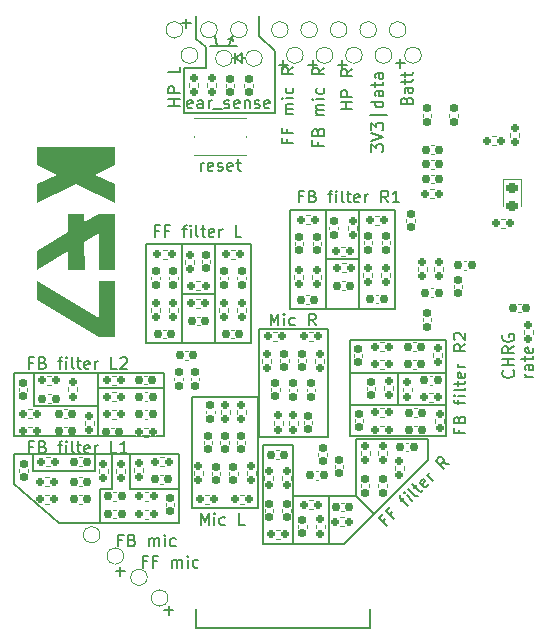
<source format=gbr>
%TF.GenerationSoftware,KiCad,Pcbnew,7.0.1*%
%TF.CreationDate,2023-04-30T22:37:30+01:00*%
%TF.ProjectId,left_main,6c656674-5f6d-4616-996e-2e6b69636164,rev?*%
%TF.SameCoordinates,Original*%
%TF.FileFunction,Legend,Top*%
%TF.FilePolarity,Positive*%
%FSLAX46Y46*%
G04 Gerber Fmt 4.6, Leading zero omitted, Abs format (unit mm)*
G04 Created by KiCad (PCBNEW 7.0.1) date 2023-04-30 22:37:30*
%MOMM*%
%LPD*%
G01*
G04 APERTURE LIST*
G04 Aperture macros list*
%AMRoundRect*
0 Rectangle with rounded corners*
0 $1 Rounding radius*
0 $2 $3 $4 $5 $6 $7 $8 $9 X,Y pos of 4 corners*
0 Add a 4 corners polygon primitive as box body*
4,1,4,$2,$3,$4,$5,$6,$7,$8,$9,$2,$3,0*
0 Add four circle primitives for the rounded corners*
1,1,$1+$1,$2,$3*
1,1,$1+$1,$4,$5*
1,1,$1+$1,$6,$7*
1,1,$1+$1,$8,$9*
0 Add four rect primitives between the rounded corners*
20,1,$1+$1,$2,$3,$4,$5,0*
20,1,$1+$1,$4,$5,$6,$7,0*
20,1,$1+$1,$6,$7,$8,$9,0*
20,1,$1+$1,$8,$9,$2,$3,0*%
G04 Aperture macros list end*
%ADD10C,0.150000*%
%ADD11C,0.000000*%
%ADD12C,0.120000*%
%ADD13C,0.152400*%
%ADD14C,1.000000*%
%ADD15RoundRect,0.155000X-0.212500X-0.155000X0.212500X-0.155000X0.212500X0.155000X-0.212500X0.155000X0*%
%ADD16RoundRect,0.155000X0.155000X-0.212500X0.155000X0.212500X-0.155000X0.212500X-0.155000X-0.212500X0*%
%ADD17RoundRect,0.160000X-0.160000X0.197500X-0.160000X-0.197500X0.160000X-0.197500X0.160000X0.197500X0*%
%ADD18RoundRect,0.155000X0.212500X0.155000X-0.212500X0.155000X-0.212500X-0.155000X0.212500X-0.155000X0*%
%ADD19RoundRect,0.155000X-0.155000X0.212500X-0.155000X-0.212500X0.155000X-0.212500X0.155000X0.212500X0*%
%ADD20RoundRect,0.160000X0.197500X0.160000X-0.197500X0.160000X-0.197500X-0.160000X0.197500X-0.160000X0*%
%ADD21R,0.304800X1.397000*%
%ADD22R,2.641600X2.311400*%
%ADD23RoundRect,0.160000X-0.197500X-0.160000X0.197500X-0.160000X0.197500X0.160000X-0.197500X0.160000X0*%
%ADD24RoundRect,0.160000X0.160000X-0.197500X0.160000X0.197500X-0.160000X0.197500X-0.160000X-0.197500X0*%
%ADD25R,0.900000X1.000000*%
%ADD26RoundRect,0.218750X-0.256250X0.218750X-0.256250X-0.218750X0.256250X-0.218750X0.256250X0.218750X0*%
G04 APERTURE END LIST*
D10*
X64514859Y-32221874D02*
X64810380Y-32221878D01*
X63914859Y-32221874D02*
X63701007Y-32223352D01*
X63914859Y-32621874D02*
X63914859Y-31821874D01*
X64014859Y-32221874D02*
X64514859Y-31821874D01*
X64514859Y-32621874D02*
X64014859Y-32221874D01*
X64514859Y-31821874D02*
X64514859Y-32621874D01*
X63659117Y-30497911D02*
X63800000Y-30800000D01*
X63659117Y-30497911D02*
X63349831Y-30639448D01*
X63400000Y-31200000D02*
X63700000Y-30400000D01*
X62200000Y-30400000D02*
X62400000Y-31200000D01*
X61800000Y-31200000D02*
X64100000Y-31200000D01*
X77724000Y-58928000D02*
X77724000Y-61600000D01*
X74168000Y-64516000D02*
X74168000Y-69342000D01*
X52500000Y-71600000D02*
X52500000Y-68700000D01*
X59436000Y-48006000D02*
X59436000Y-56388000D01*
X68834000Y-65024000D02*
X66294000Y-65024000D01*
X52500000Y-68700000D02*
X53500000Y-68700000D01*
X46800000Y-67200000D02*
X52100000Y-67200000D01*
X66294000Y-65024000D02*
X66294000Y-73406000D01*
X56388000Y-48006000D02*
X65278000Y-48006000D01*
X65278000Y-56388000D01*
X56388000Y-56388000D01*
X56388000Y-48006000D01*
X59600000Y-33100000D02*
X61500000Y-33100000D01*
X61500000Y-33100000D02*
X61500000Y-31300000D01*
X45212000Y-58928000D02*
X57912000Y-58928000D01*
X57912000Y-64262000D01*
X45212000Y-64262000D01*
X45212000Y-58928000D01*
X68834000Y-69342000D02*
X68834000Y-73406000D01*
X73660000Y-58928000D02*
X81788000Y-58928000D01*
X59436000Y-52197000D02*
X62230000Y-52197000D01*
X45212000Y-68326000D02*
X45212000Y-65786000D01*
X46900000Y-59000000D02*
X46900000Y-61700000D01*
X59600000Y-36900000D02*
X59600000Y-33100000D01*
X74168000Y-69342000D02*
X68834000Y-69342000D01*
X49022000Y-71628000D02*
X45212000Y-68326000D01*
X67300000Y-31600000D02*
X66000000Y-30400000D01*
X45212000Y-65786000D02*
X59182000Y-65786000D01*
X80264000Y-66294000D02*
X80264000Y-64516000D01*
X66000000Y-55200000D02*
X71800000Y-55200000D01*
X71800000Y-64300000D01*
X66000000Y-64300000D01*
X66000000Y-55200000D01*
X59182000Y-71628000D02*
X49022000Y-71628000D01*
X73152000Y-73406000D02*
X80264000Y-66294000D01*
X59182000Y-68707000D02*
X55000000Y-68700000D01*
X71882000Y-69342000D02*
X71882000Y-73406000D01*
X53500000Y-68700000D02*
X53500000Y-65800000D01*
X62230000Y-48006000D02*
X62230000Y-56388000D01*
X52300000Y-60200000D02*
X57900000Y-60200000D01*
X66294000Y-73406000D02*
X73152000Y-73406000D01*
D11*
G36*
X53777851Y-41265209D02*
G01*
X52073511Y-42096741D01*
X53780179Y-42914198D01*
X53782402Y-44478414D01*
X50482095Y-42871759D01*
X47186234Y-44487622D01*
X47184117Y-42923406D01*
X48888457Y-42101293D01*
X47181789Y-41274417D01*
X47179672Y-39738458D01*
X53775735Y-39729251D01*
X53777851Y-41265209D01*
G37*
D10*
X52100000Y-67200000D02*
X52100000Y-65800000D01*
X73660000Y-61600000D02*
X81788000Y-61600000D01*
X73660000Y-56134000D02*
X81788000Y-56134000D01*
X81788000Y-64262000D01*
X73660000Y-64262000D01*
X73660000Y-56134000D01*
X74422000Y-45085000D02*
X74422000Y-53467000D01*
X60300000Y-60900000D02*
X65900000Y-60900000D01*
X65900000Y-70300000D01*
X60300000Y-70300000D01*
X60300000Y-60900000D01*
X52300000Y-64200000D02*
X52300000Y-58900000D01*
X80264000Y-64516000D02*
X74168000Y-64516000D01*
X61500000Y-31300000D02*
X60600000Y-30600000D01*
X74168000Y-69342000D02*
X75692000Y-70866000D01*
X68834000Y-69342000D02*
X68834000Y-65024000D01*
X59600000Y-36900000D02*
X67300000Y-36900000D01*
X68580000Y-45085000D02*
X77470000Y-45085000D01*
X77470000Y-53467000D01*
X68580000Y-53467000D01*
X68580000Y-45085000D01*
D11*
G36*
X53790340Y-50169920D02*
G01*
X52405193Y-50171825D01*
X52400748Y-47043391D01*
X51186205Y-47770678D01*
X51189591Y-50173518D01*
X49804445Y-50175529D01*
X49802222Y-48611312D01*
X47194277Y-50179127D01*
X47192055Y-48577233D01*
X49800000Y-47000000D01*
X49797777Y-45426259D01*
X51182924Y-45424353D01*
X51183982Y-46159365D01*
X52398525Y-45422660D01*
X53783672Y-45420756D01*
X53790340Y-50169920D01*
G37*
D10*
X46900000Y-61700000D02*
X52300000Y-61700000D01*
X46800000Y-65800000D02*
X46800000Y-67200000D01*
X71628000Y-45085000D02*
X71628000Y-53467000D01*
X71628000Y-49276000D02*
X74422000Y-49276000D01*
X67300000Y-36900000D02*
X67300000Y-31600000D01*
D11*
G36*
X53798277Y-55861424D02*
G01*
X52413130Y-55863330D01*
X47197770Y-52723360D01*
X47195547Y-51121467D01*
X52410907Y-54242598D01*
X52406463Y-51114165D01*
X53791715Y-51112260D01*
X53798277Y-55861424D01*
G37*
D10*
X66000000Y-30400000D02*
X66000000Y-28700000D01*
X59182000Y-65786000D02*
X59182000Y-71628000D01*
X55000000Y-68700000D02*
X55000000Y-65800000D01*
X60600000Y-30600000D02*
X60600000Y-28700000D01*
X68353809Y-39128571D02*
X68353809Y-39461904D01*
X68877619Y-39461904D02*
X67877619Y-39461904D01*
X67877619Y-39461904D02*
X67877619Y-38985714D01*
X68353809Y-38271428D02*
X68353809Y-38604761D01*
X68877619Y-38604761D02*
X67877619Y-38604761D01*
X67877619Y-38604761D02*
X67877619Y-38128571D01*
X68877619Y-36985713D02*
X68210952Y-36985713D01*
X68306190Y-36985713D02*
X68258571Y-36938094D01*
X68258571Y-36938094D02*
X68210952Y-36842856D01*
X68210952Y-36842856D02*
X68210952Y-36699999D01*
X68210952Y-36699999D02*
X68258571Y-36604761D01*
X68258571Y-36604761D02*
X68353809Y-36557142D01*
X68353809Y-36557142D02*
X68877619Y-36557142D01*
X68353809Y-36557142D02*
X68258571Y-36509523D01*
X68258571Y-36509523D02*
X68210952Y-36414285D01*
X68210952Y-36414285D02*
X68210952Y-36271428D01*
X68210952Y-36271428D02*
X68258571Y-36176189D01*
X68258571Y-36176189D02*
X68353809Y-36128570D01*
X68353809Y-36128570D02*
X68877619Y-36128570D01*
X68877619Y-35652380D02*
X68210952Y-35652380D01*
X67877619Y-35652380D02*
X67925238Y-35699999D01*
X67925238Y-35699999D02*
X67972857Y-35652380D01*
X67972857Y-35652380D02*
X67925238Y-35604761D01*
X67925238Y-35604761D02*
X67877619Y-35652380D01*
X67877619Y-35652380D02*
X67972857Y-35652380D01*
X68830000Y-34747619D02*
X68877619Y-34842857D01*
X68877619Y-34842857D02*
X68877619Y-35033333D01*
X68877619Y-35033333D02*
X68830000Y-35128571D01*
X68830000Y-35128571D02*
X68782380Y-35176190D01*
X68782380Y-35176190D02*
X68687142Y-35223809D01*
X68687142Y-35223809D02*
X68401428Y-35223809D01*
X68401428Y-35223809D02*
X68306190Y-35176190D01*
X68306190Y-35176190D02*
X68258571Y-35128571D01*
X68258571Y-35128571D02*
X68210952Y-35033333D01*
X68210952Y-35033333D02*
X68210952Y-34842857D01*
X68210952Y-34842857D02*
X68258571Y-34747619D01*
X68877619Y-32985714D02*
X68401428Y-33319047D01*
X68877619Y-33557142D02*
X67877619Y-33557142D01*
X67877619Y-33557142D02*
X67877619Y-33176190D01*
X67877619Y-33176190D02*
X67925238Y-33080952D01*
X67925238Y-33080952D02*
X67972857Y-33033333D01*
X67972857Y-33033333D02*
X68068095Y-32985714D01*
X68068095Y-32985714D02*
X68210952Y-32985714D01*
X68210952Y-32985714D02*
X68306190Y-33033333D01*
X68306190Y-33033333D02*
X68353809Y-33080952D01*
X68353809Y-33080952D02*
X68401428Y-33176190D01*
X68401428Y-33176190D02*
X68401428Y-33557142D01*
X57467428Y-46851809D02*
X57134095Y-46851809D01*
X57134095Y-47375619D02*
X57134095Y-46375619D01*
X57134095Y-46375619D02*
X57610285Y-46375619D01*
X58324571Y-46851809D02*
X57991238Y-46851809D01*
X57991238Y-47375619D02*
X57991238Y-46375619D01*
X57991238Y-46375619D02*
X58467428Y-46375619D01*
X59467429Y-46708952D02*
X59848381Y-46708952D01*
X59610286Y-47375619D02*
X59610286Y-46518476D01*
X59610286Y-46518476D02*
X59657905Y-46423238D01*
X59657905Y-46423238D02*
X59753143Y-46375619D01*
X59753143Y-46375619D02*
X59848381Y-46375619D01*
X60181715Y-47375619D02*
X60181715Y-46708952D01*
X60181715Y-46375619D02*
X60134096Y-46423238D01*
X60134096Y-46423238D02*
X60181715Y-46470857D01*
X60181715Y-46470857D02*
X60229334Y-46423238D01*
X60229334Y-46423238D02*
X60181715Y-46375619D01*
X60181715Y-46375619D02*
X60181715Y-46470857D01*
X60800762Y-47375619D02*
X60705524Y-47328000D01*
X60705524Y-47328000D02*
X60657905Y-47232761D01*
X60657905Y-47232761D02*
X60657905Y-46375619D01*
X61038858Y-46708952D02*
X61419810Y-46708952D01*
X61181715Y-46375619D02*
X61181715Y-47232761D01*
X61181715Y-47232761D02*
X61229334Y-47328000D01*
X61229334Y-47328000D02*
X61324572Y-47375619D01*
X61324572Y-47375619D02*
X61419810Y-47375619D01*
X62134096Y-47328000D02*
X62038858Y-47375619D01*
X62038858Y-47375619D02*
X61848382Y-47375619D01*
X61848382Y-47375619D02*
X61753144Y-47328000D01*
X61753144Y-47328000D02*
X61705525Y-47232761D01*
X61705525Y-47232761D02*
X61705525Y-46851809D01*
X61705525Y-46851809D02*
X61753144Y-46756571D01*
X61753144Y-46756571D02*
X61848382Y-46708952D01*
X61848382Y-46708952D02*
X62038858Y-46708952D01*
X62038858Y-46708952D02*
X62134096Y-46756571D01*
X62134096Y-46756571D02*
X62181715Y-46851809D01*
X62181715Y-46851809D02*
X62181715Y-46947047D01*
X62181715Y-46947047D02*
X61705525Y-47042285D01*
X62610287Y-47375619D02*
X62610287Y-46708952D01*
X62610287Y-46899428D02*
X62657906Y-46804190D01*
X62657906Y-46804190D02*
X62705525Y-46756571D01*
X62705525Y-46756571D02*
X62800763Y-46708952D01*
X62800763Y-46708952D02*
X62896001Y-46708952D01*
X64467430Y-47375619D02*
X63991240Y-47375619D01*
X63991240Y-47375619D02*
X63991240Y-46375619D01*
X60319047Y-36430000D02*
X60223809Y-36477619D01*
X60223809Y-36477619D02*
X60033333Y-36477619D01*
X60033333Y-36477619D02*
X59938095Y-36430000D01*
X59938095Y-36430000D02*
X59890476Y-36334761D01*
X59890476Y-36334761D02*
X59890476Y-35953809D01*
X59890476Y-35953809D02*
X59938095Y-35858571D01*
X59938095Y-35858571D02*
X60033333Y-35810952D01*
X60033333Y-35810952D02*
X60223809Y-35810952D01*
X60223809Y-35810952D02*
X60319047Y-35858571D01*
X60319047Y-35858571D02*
X60366666Y-35953809D01*
X60366666Y-35953809D02*
X60366666Y-36049047D01*
X60366666Y-36049047D02*
X59890476Y-36144285D01*
X61223809Y-36477619D02*
X61223809Y-35953809D01*
X61223809Y-35953809D02*
X61176190Y-35858571D01*
X61176190Y-35858571D02*
X61080952Y-35810952D01*
X61080952Y-35810952D02*
X60890476Y-35810952D01*
X60890476Y-35810952D02*
X60795238Y-35858571D01*
X61223809Y-36430000D02*
X61128571Y-36477619D01*
X61128571Y-36477619D02*
X60890476Y-36477619D01*
X60890476Y-36477619D02*
X60795238Y-36430000D01*
X60795238Y-36430000D02*
X60747619Y-36334761D01*
X60747619Y-36334761D02*
X60747619Y-36239523D01*
X60747619Y-36239523D02*
X60795238Y-36144285D01*
X60795238Y-36144285D02*
X60890476Y-36096666D01*
X60890476Y-36096666D02*
X61128571Y-36096666D01*
X61128571Y-36096666D02*
X61223809Y-36049047D01*
X61700000Y-36477619D02*
X61700000Y-35810952D01*
X61700000Y-36001428D02*
X61747619Y-35906190D01*
X61747619Y-35906190D02*
X61795238Y-35858571D01*
X61795238Y-35858571D02*
X61890476Y-35810952D01*
X61890476Y-35810952D02*
X61985714Y-35810952D01*
X62080953Y-36572857D02*
X62842857Y-36572857D01*
X63033334Y-36430000D02*
X63128572Y-36477619D01*
X63128572Y-36477619D02*
X63319048Y-36477619D01*
X63319048Y-36477619D02*
X63414286Y-36430000D01*
X63414286Y-36430000D02*
X63461905Y-36334761D01*
X63461905Y-36334761D02*
X63461905Y-36287142D01*
X63461905Y-36287142D02*
X63414286Y-36191904D01*
X63414286Y-36191904D02*
X63319048Y-36144285D01*
X63319048Y-36144285D02*
X63176191Y-36144285D01*
X63176191Y-36144285D02*
X63080953Y-36096666D01*
X63080953Y-36096666D02*
X63033334Y-36001428D01*
X63033334Y-36001428D02*
X63033334Y-35953809D01*
X63033334Y-35953809D02*
X63080953Y-35858571D01*
X63080953Y-35858571D02*
X63176191Y-35810952D01*
X63176191Y-35810952D02*
X63319048Y-35810952D01*
X63319048Y-35810952D02*
X63414286Y-35858571D01*
X64271429Y-36430000D02*
X64176191Y-36477619D01*
X64176191Y-36477619D02*
X63985715Y-36477619D01*
X63985715Y-36477619D02*
X63890477Y-36430000D01*
X63890477Y-36430000D02*
X63842858Y-36334761D01*
X63842858Y-36334761D02*
X63842858Y-35953809D01*
X63842858Y-35953809D02*
X63890477Y-35858571D01*
X63890477Y-35858571D02*
X63985715Y-35810952D01*
X63985715Y-35810952D02*
X64176191Y-35810952D01*
X64176191Y-35810952D02*
X64271429Y-35858571D01*
X64271429Y-35858571D02*
X64319048Y-35953809D01*
X64319048Y-35953809D02*
X64319048Y-36049047D01*
X64319048Y-36049047D02*
X63842858Y-36144285D01*
X64747620Y-35810952D02*
X64747620Y-36477619D01*
X64747620Y-35906190D02*
X64795239Y-35858571D01*
X64795239Y-35858571D02*
X64890477Y-35810952D01*
X64890477Y-35810952D02*
X65033334Y-35810952D01*
X65033334Y-35810952D02*
X65128572Y-35858571D01*
X65128572Y-35858571D02*
X65176191Y-35953809D01*
X65176191Y-35953809D02*
X65176191Y-36477619D01*
X65604763Y-36430000D02*
X65700001Y-36477619D01*
X65700001Y-36477619D02*
X65890477Y-36477619D01*
X65890477Y-36477619D02*
X65985715Y-36430000D01*
X65985715Y-36430000D02*
X66033334Y-36334761D01*
X66033334Y-36334761D02*
X66033334Y-36287142D01*
X66033334Y-36287142D02*
X65985715Y-36191904D01*
X65985715Y-36191904D02*
X65890477Y-36144285D01*
X65890477Y-36144285D02*
X65747620Y-36144285D01*
X65747620Y-36144285D02*
X65652382Y-36096666D01*
X65652382Y-36096666D02*
X65604763Y-36001428D01*
X65604763Y-36001428D02*
X65604763Y-35953809D01*
X65604763Y-35953809D02*
X65652382Y-35858571D01*
X65652382Y-35858571D02*
X65747620Y-35810952D01*
X65747620Y-35810952D02*
X65890477Y-35810952D01*
X65890477Y-35810952D02*
X65985715Y-35858571D01*
X66842858Y-36430000D02*
X66747620Y-36477619D01*
X66747620Y-36477619D02*
X66557144Y-36477619D01*
X66557144Y-36477619D02*
X66461906Y-36430000D01*
X66461906Y-36430000D02*
X66414287Y-36334761D01*
X66414287Y-36334761D02*
X66414287Y-35953809D01*
X66414287Y-35953809D02*
X66461906Y-35858571D01*
X66461906Y-35858571D02*
X66557144Y-35810952D01*
X66557144Y-35810952D02*
X66747620Y-35810952D01*
X66747620Y-35810952D02*
X66842858Y-35858571D01*
X66842858Y-35858571D02*
X66890477Y-35953809D01*
X66890477Y-35953809D02*
X66890477Y-36049047D01*
X66890477Y-36049047D02*
X66414287Y-36144285D01*
X75477619Y-40157142D02*
X75477619Y-39538095D01*
X75477619Y-39538095D02*
X75858571Y-39871428D01*
X75858571Y-39871428D02*
X75858571Y-39728571D01*
X75858571Y-39728571D02*
X75906190Y-39633333D01*
X75906190Y-39633333D02*
X75953809Y-39585714D01*
X75953809Y-39585714D02*
X76049047Y-39538095D01*
X76049047Y-39538095D02*
X76287142Y-39538095D01*
X76287142Y-39538095D02*
X76382380Y-39585714D01*
X76382380Y-39585714D02*
X76430000Y-39633333D01*
X76430000Y-39633333D02*
X76477619Y-39728571D01*
X76477619Y-39728571D02*
X76477619Y-40014285D01*
X76477619Y-40014285D02*
X76430000Y-40109523D01*
X76430000Y-40109523D02*
X76382380Y-40157142D01*
X75477619Y-39252380D02*
X76477619Y-38919047D01*
X76477619Y-38919047D02*
X75477619Y-38585714D01*
X75477619Y-38347618D02*
X75477619Y-37728571D01*
X75477619Y-37728571D02*
X75858571Y-38061904D01*
X75858571Y-38061904D02*
X75858571Y-37919047D01*
X75858571Y-37919047D02*
X75906190Y-37823809D01*
X75906190Y-37823809D02*
X75953809Y-37776190D01*
X75953809Y-37776190D02*
X76049047Y-37728571D01*
X76049047Y-37728571D02*
X76287142Y-37728571D01*
X76287142Y-37728571D02*
X76382380Y-37776190D01*
X76382380Y-37776190D02*
X76430000Y-37823809D01*
X76430000Y-37823809D02*
X76477619Y-37919047D01*
X76477619Y-37919047D02*
X76477619Y-38204761D01*
X76477619Y-38204761D02*
X76430000Y-38299999D01*
X76430000Y-38299999D02*
X76382380Y-38347618D01*
X76810952Y-37061904D02*
X75382380Y-37061904D01*
X76477619Y-35919047D02*
X75477619Y-35919047D01*
X76430000Y-35919047D02*
X76477619Y-36014285D01*
X76477619Y-36014285D02*
X76477619Y-36204761D01*
X76477619Y-36204761D02*
X76430000Y-36299999D01*
X76430000Y-36299999D02*
X76382380Y-36347618D01*
X76382380Y-36347618D02*
X76287142Y-36395237D01*
X76287142Y-36395237D02*
X76001428Y-36395237D01*
X76001428Y-36395237D02*
X75906190Y-36347618D01*
X75906190Y-36347618D02*
X75858571Y-36299999D01*
X75858571Y-36299999D02*
X75810952Y-36204761D01*
X75810952Y-36204761D02*
X75810952Y-36014285D01*
X75810952Y-36014285D02*
X75858571Y-35919047D01*
X76477619Y-35014285D02*
X75953809Y-35014285D01*
X75953809Y-35014285D02*
X75858571Y-35061904D01*
X75858571Y-35061904D02*
X75810952Y-35157142D01*
X75810952Y-35157142D02*
X75810952Y-35347618D01*
X75810952Y-35347618D02*
X75858571Y-35442856D01*
X76430000Y-35014285D02*
X76477619Y-35109523D01*
X76477619Y-35109523D02*
X76477619Y-35347618D01*
X76477619Y-35347618D02*
X76430000Y-35442856D01*
X76430000Y-35442856D02*
X76334761Y-35490475D01*
X76334761Y-35490475D02*
X76239523Y-35490475D01*
X76239523Y-35490475D02*
X76144285Y-35442856D01*
X76144285Y-35442856D02*
X76096666Y-35347618D01*
X76096666Y-35347618D02*
X76096666Y-35109523D01*
X76096666Y-35109523D02*
X76049047Y-35014285D01*
X75810952Y-34680951D02*
X75810952Y-34299999D01*
X75477619Y-34538094D02*
X76334761Y-34538094D01*
X76334761Y-34538094D02*
X76430000Y-34490475D01*
X76430000Y-34490475D02*
X76477619Y-34395237D01*
X76477619Y-34395237D02*
X76477619Y-34299999D01*
X76477619Y-33538094D02*
X75953809Y-33538094D01*
X75953809Y-33538094D02*
X75858571Y-33585713D01*
X75858571Y-33585713D02*
X75810952Y-33680951D01*
X75810952Y-33680951D02*
X75810952Y-33871427D01*
X75810952Y-33871427D02*
X75858571Y-33966665D01*
X76430000Y-33538094D02*
X76477619Y-33633332D01*
X76477619Y-33633332D02*
X76477619Y-33871427D01*
X76477619Y-33871427D02*
X76430000Y-33966665D01*
X76430000Y-33966665D02*
X76334761Y-34014284D01*
X76334761Y-34014284D02*
X76239523Y-34014284D01*
X76239523Y-34014284D02*
X76144285Y-33966665D01*
X76144285Y-33966665D02*
X76096666Y-33871427D01*
X76096666Y-33871427D02*
X76096666Y-33633332D01*
X76096666Y-33633332D02*
X76049047Y-33538094D01*
X46799428Y-65139809D02*
X46466095Y-65139809D01*
X46466095Y-65663619D02*
X46466095Y-64663619D01*
X46466095Y-64663619D02*
X46942285Y-64663619D01*
X47656571Y-65139809D02*
X47799428Y-65187428D01*
X47799428Y-65187428D02*
X47847047Y-65235047D01*
X47847047Y-65235047D02*
X47894666Y-65330285D01*
X47894666Y-65330285D02*
X47894666Y-65473142D01*
X47894666Y-65473142D02*
X47847047Y-65568380D01*
X47847047Y-65568380D02*
X47799428Y-65616000D01*
X47799428Y-65616000D02*
X47704190Y-65663619D01*
X47704190Y-65663619D02*
X47323238Y-65663619D01*
X47323238Y-65663619D02*
X47323238Y-64663619D01*
X47323238Y-64663619D02*
X47656571Y-64663619D01*
X47656571Y-64663619D02*
X47751809Y-64711238D01*
X47751809Y-64711238D02*
X47799428Y-64758857D01*
X47799428Y-64758857D02*
X47847047Y-64854095D01*
X47847047Y-64854095D02*
X47847047Y-64949333D01*
X47847047Y-64949333D02*
X47799428Y-65044571D01*
X47799428Y-65044571D02*
X47751809Y-65092190D01*
X47751809Y-65092190D02*
X47656571Y-65139809D01*
X47656571Y-65139809D02*
X47323238Y-65139809D01*
X48942286Y-64996952D02*
X49323238Y-64996952D01*
X49085143Y-65663619D02*
X49085143Y-64806476D01*
X49085143Y-64806476D02*
X49132762Y-64711238D01*
X49132762Y-64711238D02*
X49228000Y-64663619D01*
X49228000Y-64663619D02*
X49323238Y-64663619D01*
X49656572Y-65663619D02*
X49656572Y-64996952D01*
X49656572Y-64663619D02*
X49608953Y-64711238D01*
X49608953Y-64711238D02*
X49656572Y-64758857D01*
X49656572Y-64758857D02*
X49704191Y-64711238D01*
X49704191Y-64711238D02*
X49656572Y-64663619D01*
X49656572Y-64663619D02*
X49656572Y-64758857D01*
X50275619Y-65663619D02*
X50180381Y-65616000D01*
X50180381Y-65616000D02*
X50132762Y-65520761D01*
X50132762Y-65520761D02*
X50132762Y-64663619D01*
X50513715Y-64996952D02*
X50894667Y-64996952D01*
X50656572Y-64663619D02*
X50656572Y-65520761D01*
X50656572Y-65520761D02*
X50704191Y-65616000D01*
X50704191Y-65616000D02*
X50799429Y-65663619D01*
X50799429Y-65663619D02*
X50894667Y-65663619D01*
X51608953Y-65616000D02*
X51513715Y-65663619D01*
X51513715Y-65663619D02*
X51323239Y-65663619D01*
X51323239Y-65663619D02*
X51228001Y-65616000D01*
X51228001Y-65616000D02*
X51180382Y-65520761D01*
X51180382Y-65520761D02*
X51180382Y-65139809D01*
X51180382Y-65139809D02*
X51228001Y-65044571D01*
X51228001Y-65044571D02*
X51323239Y-64996952D01*
X51323239Y-64996952D02*
X51513715Y-64996952D01*
X51513715Y-64996952D02*
X51608953Y-65044571D01*
X51608953Y-65044571D02*
X51656572Y-65139809D01*
X51656572Y-65139809D02*
X51656572Y-65235047D01*
X51656572Y-65235047D02*
X51180382Y-65330285D01*
X52085144Y-65663619D02*
X52085144Y-64996952D01*
X52085144Y-65187428D02*
X52132763Y-65092190D01*
X52132763Y-65092190D02*
X52180382Y-65044571D01*
X52180382Y-65044571D02*
X52275620Y-64996952D01*
X52275620Y-64996952D02*
X52370858Y-64996952D01*
X53942287Y-65663619D02*
X53466097Y-65663619D01*
X53466097Y-65663619D02*
X53466097Y-64663619D01*
X54799430Y-65663619D02*
X54228002Y-65663619D01*
X54513716Y-65663619D02*
X54513716Y-64663619D01*
X54513716Y-64663619D02*
X54418478Y-64806476D01*
X54418478Y-64806476D02*
X54323240Y-64901714D01*
X54323240Y-64901714D02*
X54228002Y-64949333D01*
X66938095Y-54877619D02*
X66938095Y-53877619D01*
X66938095Y-53877619D02*
X67271428Y-54591904D01*
X67271428Y-54591904D02*
X67604761Y-53877619D01*
X67604761Y-53877619D02*
X67604761Y-54877619D01*
X68080952Y-54877619D02*
X68080952Y-54210952D01*
X68080952Y-53877619D02*
X68033333Y-53925238D01*
X68033333Y-53925238D02*
X68080952Y-53972857D01*
X68080952Y-53972857D02*
X68128571Y-53925238D01*
X68128571Y-53925238D02*
X68080952Y-53877619D01*
X68080952Y-53877619D02*
X68080952Y-53972857D01*
X68985713Y-54830000D02*
X68890475Y-54877619D01*
X68890475Y-54877619D02*
X68699999Y-54877619D01*
X68699999Y-54877619D02*
X68604761Y-54830000D01*
X68604761Y-54830000D02*
X68557142Y-54782380D01*
X68557142Y-54782380D02*
X68509523Y-54687142D01*
X68509523Y-54687142D02*
X68509523Y-54401428D01*
X68509523Y-54401428D02*
X68557142Y-54306190D01*
X68557142Y-54306190D02*
X68604761Y-54258571D01*
X68604761Y-54258571D02*
X68699999Y-54210952D01*
X68699999Y-54210952D02*
X68890475Y-54210952D01*
X68890475Y-54210952D02*
X68985713Y-54258571D01*
X70747618Y-54877619D02*
X70414285Y-54401428D01*
X70176190Y-54877619D02*
X70176190Y-53877619D01*
X70176190Y-53877619D02*
X70557142Y-53877619D01*
X70557142Y-53877619D02*
X70652380Y-53925238D01*
X70652380Y-53925238D02*
X70699999Y-53972857D01*
X70699999Y-53972857D02*
X70747618Y-54068095D01*
X70747618Y-54068095D02*
X70747618Y-54210952D01*
X70747618Y-54210952D02*
X70699999Y-54306190D01*
X70699999Y-54306190D02*
X70652380Y-54353809D01*
X70652380Y-54353809D02*
X70557142Y-54401428D01*
X70557142Y-54401428D02*
X70176190Y-54401428D01*
X69659428Y-43930809D02*
X69326095Y-43930809D01*
X69326095Y-44454619D02*
X69326095Y-43454619D01*
X69326095Y-43454619D02*
X69802285Y-43454619D01*
X70516571Y-43930809D02*
X70659428Y-43978428D01*
X70659428Y-43978428D02*
X70707047Y-44026047D01*
X70707047Y-44026047D02*
X70754666Y-44121285D01*
X70754666Y-44121285D02*
X70754666Y-44264142D01*
X70754666Y-44264142D02*
X70707047Y-44359380D01*
X70707047Y-44359380D02*
X70659428Y-44407000D01*
X70659428Y-44407000D02*
X70564190Y-44454619D01*
X70564190Y-44454619D02*
X70183238Y-44454619D01*
X70183238Y-44454619D02*
X70183238Y-43454619D01*
X70183238Y-43454619D02*
X70516571Y-43454619D01*
X70516571Y-43454619D02*
X70611809Y-43502238D01*
X70611809Y-43502238D02*
X70659428Y-43549857D01*
X70659428Y-43549857D02*
X70707047Y-43645095D01*
X70707047Y-43645095D02*
X70707047Y-43740333D01*
X70707047Y-43740333D02*
X70659428Y-43835571D01*
X70659428Y-43835571D02*
X70611809Y-43883190D01*
X70611809Y-43883190D02*
X70516571Y-43930809D01*
X70516571Y-43930809D02*
X70183238Y-43930809D01*
X71802286Y-43787952D02*
X72183238Y-43787952D01*
X71945143Y-44454619D02*
X71945143Y-43597476D01*
X71945143Y-43597476D02*
X71992762Y-43502238D01*
X71992762Y-43502238D02*
X72088000Y-43454619D01*
X72088000Y-43454619D02*
X72183238Y-43454619D01*
X72516572Y-44454619D02*
X72516572Y-43787952D01*
X72516572Y-43454619D02*
X72468953Y-43502238D01*
X72468953Y-43502238D02*
X72516572Y-43549857D01*
X72516572Y-43549857D02*
X72564191Y-43502238D01*
X72564191Y-43502238D02*
X72516572Y-43454619D01*
X72516572Y-43454619D02*
X72516572Y-43549857D01*
X73135619Y-44454619D02*
X73040381Y-44407000D01*
X73040381Y-44407000D02*
X72992762Y-44311761D01*
X72992762Y-44311761D02*
X72992762Y-43454619D01*
X73373715Y-43787952D02*
X73754667Y-43787952D01*
X73516572Y-43454619D02*
X73516572Y-44311761D01*
X73516572Y-44311761D02*
X73564191Y-44407000D01*
X73564191Y-44407000D02*
X73659429Y-44454619D01*
X73659429Y-44454619D02*
X73754667Y-44454619D01*
X74468953Y-44407000D02*
X74373715Y-44454619D01*
X74373715Y-44454619D02*
X74183239Y-44454619D01*
X74183239Y-44454619D02*
X74088001Y-44407000D01*
X74088001Y-44407000D02*
X74040382Y-44311761D01*
X74040382Y-44311761D02*
X74040382Y-43930809D01*
X74040382Y-43930809D02*
X74088001Y-43835571D01*
X74088001Y-43835571D02*
X74183239Y-43787952D01*
X74183239Y-43787952D02*
X74373715Y-43787952D01*
X74373715Y-43787952D02*
X74468953Y-43835571D01*
X74468953Y-43835571D02*
X74516572Y-43930809D01*
X74516572Y-43930809D02*
X74516572Y-44026047D01*
X74516572Y-44026047D02*
X74040382Y-44121285D01*
X74945144Y-44454619D02*
X74945144Y-43787952D01*
X74945144Y-43978428D02*
X74992763Y-43883190D01*
X74992763Y-43883190D02*
X75040382Y-43835571D01*
X75040382Y-43835571D02*
X75135620Y-43787952D01*
X75135620Y-43787952D02*
X75230858Y-43787952D01*
X76897525Y-44454619D02*
X76564192Y-43978428D01*
X76326097Y-44454619D02*
X76326097Y-43454619D01*
X76326097Y-43454619D02*
X76707049Y-43454619D01*
X76707049Y-43454619D02*
X76802287Y-43502238D01*
X76802287Y-43502238D02*
X76849906Y-43549857D01*
X76849906Y-43549857D02*
X76897525Y-43645095D01*
X76897525Y-43645095D02*
X76897525Y-43787952D01*
X76897525Y-43787952D02*
X76849906Y-43883190D01*
X76849906Y-43883190D02*
X76802287Y-43930809D01*
X76802287Y-43930809D02*
X76707049Y-43978428D01*
X76707049Y-43978428D02*
X76326097Y-43978428D01*
X77849906Y-44454619D02*
X77278478Y-44454619D01*
X77564192Y-44454619D02*
X77564192Y-43454619D01*
X77564192Y-43454619D02*
X77468954Y-43597476D01*
X77468954Y-43597476D02*
X77373716Y-43692714D01*
X77373716Y-43692714D02*
X77278478Y-43740333D01*
X56451428Y-74853809D02*
X56118095Y-74853809D01*
X56118095Y-75377619D02*
X56118095Y-74377619D01*
X56118095Y-74377619D02*
X56594285Y-74377619D01*
X57308571Y-74853809D02*
X56975238Y-74853809D01*
X56975238Y-75377619D02*
X56975238Y-74377619D01*
X56975238Y-74377619D02*
X57451428Y-74377619D01*
X58594286Y-75377619D02*
X58594286Y-74710952D01*
X58594286Y-74806190D02*
X58641905Y-74758571D01*
X58641905Y-74758571D02*
X58737143Y-74710952D01*
X58737143Y-74710952D02*
X58880000Y-74710952D01*
X58880000Y-74710952D02*
X58975238Y-74758571D01*
X58975238Y-74758571D02*
X59022857Y-74853809D01*
X59022857Y-74853809D02*
X59022857Y-75377619D01*
X59022857Y-74853809D02*
X59070476Y-74758571D01*
X59070476Y-74758571D02*
X59165714Y-74710952D01*
X59165714Y-74710952D02*
X59308571Y-74710952D01*
X59308571Y-74710952D02*
X59403810Y-74758571D01*
X59403810Y-74758571D02*
X59451429Y-74853809D01*
X59451429Y-74853809D02*
X59451429Y-75377619D01*
X59927619Y-75377619D02*
X59927619Y-74710952D01*
X59927619Y-74377619D02*
X59880000Y-74425238D01*
X59880000Y-74425238D02*
X59927619Y-74472857D01*
X59927619Y-74472857D02*
X59975238Y-74425238D01*
X59975238Y-74425238D02*
X59927619Y-74377619D01*
X59927619Y-74377619D02*
X59927619Y-74472857D01*
X60832380Y-75330000D02*
X60737142Y-75377619D01*
X60737142Y-75377619D02*
X60546666Y-75377619D01*
X60546666Y-75377619D02*
X60451428Y-75330000D01*
X60451428Y-75330000D02*
X60403809Y-75282380D01*
X60403809Y-75282380D02*
X60356190Y-75187142D01*
X60356190Y-75187142D02*
X60356190Y-74901428D01*
X60356190Y-74901428D02*
X60403809Y-74806190D01*
X60403809Y-74806190D02*
X60451428Y-74758571D01*
X60451428Y-74758571D02*
X60546666Y-74710952D01*
X60546666Y-74710952D02*
X60737142Y-74710952D01*
X60737142Y-74710952D02*
X60832380Y-74758571D01*
X70138095Y-32796666D02*
X70900000Y-32796666D01*
X70519047Y-33177619D02*
X70519047Y-32415714D01*
X61038095Y-41777619D02*
X61038095Y-41110952D01*
X61038095Y-41301428D02*
X61085714Y-41206190D01*
X61085714Y-41206190D02*
X61133333Y-41158571D01*
X61133333Y-41158571D02*
X61228571Y-41110952D01*
X61228571Y-41110952D02*
X61323809Y-41110952D01*
X62038095Y-41730000D02*
X61942857Y-41777619D01*
X61942857Y-41777619D02*
X61752381Y-41777619D01*
X61752381Y-41777619D02*
X61657143Y-41730000D01*
X61657143Y-41730000D02*
X61609524Y-41634761D01*
X61609524Y-41634761D02*
X61609524Y-41253809D01*
X61609524Y-41253809D02*
X61657143Y-41158571D01*
X61657143Y-41158571D02*
X61752381Y-41110952D01*
X61752381Y-41110952D02*
X61942857Y-41110952D01*
X61942857Y-41110952D02*
X62038095Y-41158571D01*
X62038095Y-41158571D02*
X62085714Y-41253809D01*
X62085714Y-41253809D02*
X62085714Y-41349047D01*
X62085714Y-41349047D02*
X61609524Y-41444285D01*
X62466667Y-41730000D02*
X62561905Y-41777619D01*
X62561905Y-41777619D02*
X62752381Y-41777619D01*
X62752381Y-41777619D02*
X62847619Y-41730000D01*
X62847619Y-41730000D02*
X62895238Y-41634761D01*
X62895238Y-41634761D02*
X62895238Y-41587142D01*
X62895238Y-41587142D02*
X62847619Y-41491904D01*
X62847619Y-41491904D02*
X62752381Y-41444285D01*
X62752381Y-41444285D02*
X62609524Y-41444285D01*
X62609524Y-41444285D02*
X62514286Y-41396666D01*
X62514286Y-41396666D02*
X62466667Y-41301428D01*
X62466667Y-41301428D02*
X62466667Y-41253809D01*
X62466667Y-41253809D02*
X62514286Y-41158571D01*
X62514286Y-41158571D02*
X62609524Y-41110952D01*
X62609524Y-41110952D02*
X62752381Y-41110952D01*
X62752381Y-41110952D02*
X62847619Y-41158571D01*
X63704762Y-41730000D02*
X63609524Y-41777619D01*
X63609524Y-41777619D02*
X63419048Y-41777619D01*
X63419048Y-41777619D02*
X63323810Y-41730000D01*
X63323810Y-41730000D02*
X63276191Y-41634761D01*
X63276191Y-41634761D02*
X63276191Y-41253809D01*
X63276191Y-41253809D02*
X63323810Y-41158571D01*
X63323810Y-41158571D02*
X63419048Y-41110952D01*
X63419048Y-41110952D02*
X63609524Y-41110952D01*
X63609524Y-41110952D02*
X63704762Y-41158571D01*
X63704762Y-41158571D02*
X63752381Y-41253809D01*
X63752381Y-41253809D02*
X63752381Y-41349047D01*
X63752381Y-41349047D02*
X63276191Y-41444285D01*
X64038096Y-41110952D02*
X64419048Y-41110952D01*
X64180953Y-40777619D02*
X64180953Y-41634761D01*
X64180953Y-41634761D02*
X64228572Y-41730000D01*
X64228572Y-41730000D02*
X64323810Y-41777619D01*
X64323810Y-41777619D02*
X64419048Y-41777619D01*
X82919809Y-63690571D02*
X82919809Y-64023904D01*
X83443619Y-64023904D02*
X82443619Y-64023904D01*
X82443619Y-64023904D02*
X82443619Y-63547714D01*
X82919809Y-62833428D02*
X82967428Y-62690571D01*
X82967428Y-62690571D02*
X83015047Y-62642952D01*
X83015047Y-62642952D02*
X83110285Y-62595333D01*
X83110285Y-62595333D02*
X83253142Y-62595333D01*
X83253142Y-62595333D02*
X83348380Y-62642952D01*
X83348380Y-62642952D02*
X83396000Y-62690571D01*
X83396000Y-62690571D02*
X83443619Y-62785809D01*
X83443619Y-62785809D02*
X83443619Y-63166761D01*
X83443619Y-63166761D02*
X82443619Y-63166761D01*
X82443619Y-63166761D02*
X82443619Y-62833428D01*
X82443619Y-62833428D02*
X82491238Y-62738190D01*
X82491238Y-62738190D02*
X82538857Y-62690571D01*
X82538857Y-62690571D02*
X82634095Y-62642952D01*
X82634095Y-62642952D02*
X82729333Y-62642952D01*
X82729333Y-62642952D02*
X82824571Y-62690571D01*
X82824571Y-62690571D02*
X82872190Y-62738190D01*
X82872190Y-62738190D02*
X82919809Y-62833428D01*
X82919809Y-62833428D02*
X82919809Y-63166761D01*
X82776952Y-61547713D02*
X82776952Y-61166761D01*
X83443619Y-61404856D02*
X82586476Y-61404856D01*
X82586476Y-61404856D02*
X82491238Y-61357237D01*
X82491238Y-61357237D02*
X82443619Y-61261999D01*
X82443619Y-61261999D02*
X82443619Y-61166761D01*
X83443619Y-60833427D02*
X82776952Y-60833427D01*
X82443619Y-60833427D02*
X82491238Y-60881046D01*
X82491238Y-60881046D02*
X82538857Y-60833427D01*
X82538857Y-60833427D02*
X82491238Y-60785808D01*
X82491238Y-60785808D02*
X82443619Y-60833427D01*
X82443619Y-60833427D02*
X82538857Y-60833427D01*
X83443619Y-60214380D02*
X83396000Y-60309618D01*
X83396000Y-60309618D02*
X83300761Y-60357237D01*
X83300761Y-60357237D02*
X82443619Y-60357237D01*
X82776952Y-59976284D02*
X82776952Y-59595332D01*
X82443619Y-59833427D02*
X83300761Y-59833427D01*
X83300761Y-59833427D02*
X83396000Y-59785808D01*
X83396000Y-59785808D02*
X83443619Y-59690570D01*
X83443619Y-59690570D02*
X83443619Y-59595332D01*
X83396000Y-58881046D02*
X83443619Y-58976284D01*
X83443619Y-58976284D02*
X83443619Y-59166760D01*
X83443619Y-59166760D02*
X83396000Y-59261998D01*
X83396000Y-59261998D02*
X83300761Y-59309617D01*
X83300761Y-59309617D02*
X82919809Y-59309617D01*
X82919809Y-59309617D02*
X82824571Y-59261998D01*
X82824571Y-59261998D02*
X82776952Y-59166760D01*
X82776952Y-59166760D02*
X82776952Y-58976284D01*
X82776952Y-58976284D02*
X82824571Y-58881046D01*
X82824571Y-58881046D02*
X82919809Y-58833427D01*
X82919809Y-58833427D02*
X83015047Y-58833427D01*
X83015047Y-58833427D02*
X83110285Y-59309617D01*
X83443619Y-58404855D02*
X82776952Y-58404855D01*
X82967428Y-58404855D02*
X82872190Y-58357236D01*
X82872190Y-58357236D02*
X82824571Y-58309617D01*
X82824571Y-58309617D02*
X82776952Y-58214379D01*
X82776952Y-58214379D02*
X82776952Y-58119141D01*
X83443619Y-56452474D02*
X82967428Y-56785807D01*
X83443619Y-57023902D02*
X82443619Y-57023902D01*
X82443619Y-57023902D02*
X82443619Y-56642950D01*
X82443619Y-56642950D02*
X82491238Y-56547712D01*
X82491238Y-56547712D02*
X82538857Y-56500093D01*
X82538857Y-56500093D02*
X82634095Y-56452474D01*
X82634095Y-56452474D02*
X82776952Y-56452474D01*
X82776952Y-56452474D02*
X82872190Y-56500093D01*
X82872190Y-56500093D02*
X82919809Y-56547712D01*
X82919809Y-56547712D02*
X82967428Y-56642950D01*
X82967428Y-56642950D02*
X82967428Y-57023902D01*
X82538857Y-56071521D02*
X82491238Y-56023902D01*
X82491238Y-56023902D02*
X82443619Y-55928664D01*
X82443619Y-55928664D02*
X82443619Y-55690569D01*
X82443619Y-55690569D02*
X82491238Y-55595331D01*
X82491238Y-55595331D02*
X82538857Y-55547712D01*
X82538857Y-55547712D02*
X82634095Y-55500093D01*
X82634095Y-55500093D02*
X82729333Y-55500093D01*
X82729333Y-55500093D02*
X82872190Y-55547712D01*
X82872190Y-55547712D02*
X83443619Y-56119140D01*
X83443619Y-56119140D02*
X83443619Y-55500093D01*
X73877619Y-36561904D02*
X72877619Y-36561904D01*
X73353809Y-36561904D02*
X73353809Y-35990476D01*
X73877619Y-35990476D02*
X72877619Y-35990476D01*
X73877619Y-35514285D02*
X72877619Y-35514285D01*
X72877619Y-35514285D02*
X72877619Y-35133333D01*
X72877619Y-35133333D02*
X72925238Y-35038095D01*
X72925238Y-35038095D02*
X72972857Y-34990476D01*
X72972857Y-34990476D02*
X73068095Y-34942857D01*
X73068095Y-34942857D02*
X73210952Y-34942857D01*
X73210952Y-34942857D02*
X73306190Y-34990476D01*
X73306190Y-34990476D02*
X73353809Y-35038095D01*
X73353809Y-35038095D02*
X73401428Y-35133333D01*
X73401428Y-35133333D02*
X73401428Y-35514285D01*
X73877619Y-33180952D02*
X73401428Y-33514285D01*
X73877619Y-33752380D02*
X72877619Y-33752380D01*
X72877619Y-33752380D02*
X72877619Y-33371428D01*
X72877619Y-33371428D02*
X72925238Y-33276190D01*
X72925238Y-33276190D02*
X72972857Y-33228571D01*
X72972857Y-33228571D02*
X73068095Y-33180952D01*
X73068095Y-33180952D02*
X73210952Y-33180952D01*
X73210952Y-33180952D02*
X73306190Y-33228571D01*
X73306190Y-33228571D02*
X73353809Y-33276190D01*
X73353809Y-33276190D02*
X73401428Y-33371428D01*
X73401428Y-33371428D02*
X73401428Y-33752380D01*
X72638095Y-32796666D02*
X73400000Y-32796666D01*
X73019047Y-33177619D02*
X73019047Y-32415714D01*
X70953809Y-39328571D02*
X70953809Y-39661904D01*
X71477619Y-39661904D02*
X70477619Y-39661904D01*
X70477619Y-39661904D02*
X70477619Y-39185714D01*
X70953809Y-38471428D02*
X71001428Y-38328571D01*
X71001428Y-38328571D02*
X71049047Y-38280952D01*
X71049047Y-38280952D02*
X71144285Y-38233333D01*
X71144285Y-38233333D02*
X71287142Y-38233333D01*
X71287142Y-38233333D02*
X71382380Y-38280952D01*
X71382380Y-38280952D02*
X71430000Y-38328571D01*
X71430000Y-38328571D02*
X71477619Y-38423809D01*
X71477619Y-38423809D02*
X71477619Y-38804761D01*
X71477619Y-38804761D02*
X70477619Y-38804761D01*
X70477619Y-38804761D02*
X70477619Y-38471428D01*
X70477619Y-38471428D02*
X70525238Y-38376190D01*
X70525238Y-38376190D02*
X70572857Y-38328571D01*
X70572857Y-38328571D02*
X70668095Y-38280952D01*
X70668095Y-38280952D02*
X70763333Y-38280952D01*
X70763333Y-38280952D02*
X70858571Y-38328571D01*
X70858571Y-38328571D02*
X70906190Y-38376190D01*
X70906190Y-38376190D02*
X70953809Y-38471428D01*
X70953809Y-38471428D02*
X70953809Y-38804761D01*
X71477619Y-37042856D02*
X70810952Y-37042856D01*
X70906190Y-37042856D02*
X70858571Y-36995237D01*
X70858571Y-36995237D02*
X70810952Y-36899999D01*
X70810952Y-36899999D02*
X70810952Y-36757142D01*
X70810952Y-36757142D02*
X70858571Y-36661904D01*
X70858571Y-36661904D02*
X70953809Y-36614285D01*
X70953809Y-36614285D02*
X71477619Y-36614285D01*
X70953809Y-36614285D02*
X70858571Y-36566666D01*
X70858571Y-36566666D02*
X70810952Y-36471428D01*
X70810952Y-36471428D02*
X70810952Y-36328571D01*
X70810952Y-36328571D02*
X70858571Y-36233332D01*
X70858571Y-36233332D02*
X70953809Y-36185713D01*
X70953809Y-36185713D02*
X71477619Y-36185713D01*
X71477619Y-35709523D02*
X70810952Y-35709523D01*
X70477619Y-35709523D02*
X70525238Y-35757142D01*
X70525238Y-35757142D02*
X70572857Y-35709523D01*
X70572857Y-35709523D02*
X70525238Y-35661904D01*
X70525238Y-35661904D02*
X70477619Y-35709523D01*
X70477619Y-35709523D02*
X70572857Y-35709523D01*
X71430000Y-34804762D02*
X71477619Y-34900000D01*
X71477619Y-34900000D02*
X71477619Y-35090476D01*
X71477619Y-35090476D02*
X71430000Y-35185714D01*
X71430000Y-35185714D02*
X71382380Y-35233333D01*
X71382380Y-35233333D02*
X71287142Y-35280952D01*
X71287142Y-35280952D02*
X71001428Y-35280952D01*
X71001428Y-35280952D02*
X70906190Y-35233333D01*
X70906190Y-35233333D02*
X70858571Y-35185714D01*
X70858571Y-35185714D02*
X70810952Y-35090476D01*
X70810952Y-35090476D02*
X70810952Y-34900000D01*
X70810952Y-34900000D02*
X70858571Y-34804762D01*
X71477619Y-33042857D02*
X71001428Y-33376190D01*
X71477619Y-33614285D02*
X70477619Y-33614285D01*
X70477619Y-33614285D02*
X70477619Y-33233333D01*
X70477619Y-33233333D02*
X70525238Y-33138095D01*
X70525238Y-33138095D02*
X70572857Y-33090476D01*
X70572857Y-33090476D02*
X70668095Y-33042857D01*
X70668095Y-33042857D02*
X70810952Y-33042857D01*
X70810952Y-33042857D02*
X70906190Y-33090476D01*
X70906190Y-33090476D02*
X70953809Y-33138095D01*
X70953809Y-33138095D02*
X71001428Y-33233333D01*
X71001428Y-33233333D02*
X71001428Y-33614285D01*
X59277619Y-36261904D02*
X58277619Y-36261904D01*
X58753809Y-36261904D02*
X58753809Y-35690476D01*
X59277619Y-35690476D02*
X58277619Y-35690476D01*
X59277619Y-35214285D02*
X58277619Y-35214285D01*
X58277619Y-35214285D02*
X58277619Y-34833333D01*
X58277619Y-34833333D02*
X58325238Y-34738095D01*
X58325238Y-34738095D02*
X58372857Y-34690476D01*
X58372857Y-34690476D02*
X58468095Y-34642857D01*
X58468095Y-34642857D02*
X58610952Y-34642857D01*
X58610952Y-34642857D02*
X58706190Y-34690476D01*
X58706190Y-34690476D02*
X58753809Y-34738095D01*
X58753809Y-34738095D02*
X58801428Y-34833333D01*
X58801428Y-34833333D02*
X58801428Y-35214285D01*
X59277619Y-32976190D02*
X59277619Y-33452380D01*
X59277619Y-33452380D02*
X58277619Y-33452380D01*
X59438095Y-29296666D02*
X60200000Y-29296666D01*
X59819047Y-29677619D02*
X59819047Y-28915714D01*
X77538095Y-32696666D02*
X78300000Y-32696666D01*
X77919047Y-33077619D02*
X77919047Y-32315714D01*
X87462380Y-58690476D02*
X87510000Y-58738095D01*
X87510000Y-58738095D02*
X87557619Y-58880952D01*
X87557619Y-58880952D02*
X87557619Y-58976190D01*
X87557619Y-58976190D02*
X87510000Y-59119047D01*
X87510000Y-59119047D02*
X87414761Y-59214285D01*
X87414761Y-59214285D02*
X87319523Y-59261904D01*
X87319523Y-59261904D02*
X87129047Y-59309523D01*
X87129047Y-59309523D02*
X86986190Y-59309523D01*
X86986190Y-59309523D02*
X86795714Y-59261904D01*
X86795714Y-59261904D02*
X86700476Y-59214285D01*
X86700476Y-59214285D02*
X86605238Y-59119047D01*
X86605238Y-59119047D02*
X86557619Y-58976190D01*
X86557619Y-58976190D02*
X86557619Y-58880952D01*
X86557619Y-58880952D02*
X86605238Y-58738095D01*
X86605238Y-58738095D02*
X86652857Y-58690476D01*
X87557619Y-58261904D02*
X86557619Y-58261904D01*
X87033809Y-58261904D02*
X87033809Y-57690476D01*
X87557619Y-57690476D02*
X86557619Y-57690476D01*
X87557619Y-56642857D02*
X87081428Y-56976190D01*
X87557619Y-57214285D02*
X86557619Y-57214285D01*
X86557619Y-57214285D02*
X86557619Y-56833333D01*
X86557619Y-56833333D02*
X86605238Y-56738095D01*
X86605238Y-56738095D02*
X86652857Y-56690476D01*
X86652857Y-56690476D02*
X86748095Y-56642857D01*
X86748095Y-56642857D02*
X86890952Y-56642857D01*
X86890952Y-56642857D02*
X86986190Y-56690476D01*
X86986190Y-56690476D02*
X87033809Y-56738095D01*
X87033809Y-56738095D02*
X87081428Y-56833333D01*
X87081428Y-56833333D02*
X87081428Y-57214285D01*
X86605238Y-55690476D02*
X86557619Y-55785714D01*
X86557619Y-55785714D02*
X86557619Y-55928571D01*
X86557619Y-55928571D02*
X86605238Y-56071428D01*
X86605238Y-56071428D02*
X86700476Y-56166666D01*
X86700476Y-56166666D02*
X86795714Y-56214285D01*
X86795714Y-56214285D02*
X86986190Y-56261904D01*
X86986190Y-56261904D02*
X87129047Y-56261904D01*
X87129047Y-56261904D02*
X87319523Y-56214285D01*
X87319523Y-56214285D02*
X87414761Y-56166666D01*
X87414761Y-56166666D02*
X87510000Y-56071428D01*
X87510000Y-56071428D02*
X87557619Y-55928571D01*
X87557619Y-55928571D02*
X87557619Y-55833333D01*
X87557619Y-55833333D02*
X87510000Y-55690476D01*
X87510000Y-55690476D02*
X87462380Y-55642857D01*
X87462380Y-55642857D02*
X87129047Y-55642857D01*
X87129047Y-55642857D02*
X87129047Y-55833333D01*
X89177619Y-59261904D02*
X88510952Y-59261904D01*
X88701428Y-59261904D02*
X88606190Y-59214285D01*
X88606190Y-59214285D02*
X88558571Y-59166666D01*
X88558571Y-59166666D02*
X88510952Y-59071428D01*
X88510952Y-59071428D02*
X88510952Y-58976190D01*
X89177619Y-58214285D02*
X88653809Y-58214285D01*
X88653809Y-58214285D02*
X88558571Y-58261904D01*
X88558571Y-58261904D02*
X88510952Y-58357142D01*
X88510952Y-58357142D02*
X88510952Y-58547618D01*
X88510952Y-58547618D02*
X88558571Y-58642856D01*
X89130000Y-58214285D02*
X89177619Y-58309523D01*
X89177619Y-58309523D02*
X89177619Y-58547618D01*
X89177619Y-58547618D02*
X89130000Y-58642856D01*
X89130000Y-58642856D02*
X89034761Y-58690475D01*
X89034761Y-58690475D02*
X88939523Y-58690475D01*
X88939523Y-58690475D02*
X88844285Y-58642856D01*
X88844285Y-58642856D02*
X88796666Y-58547618D01*
X88796666Y-58547618D02*
X88796666Y-58309523D01*
X88796666Y-58309523D02*
X88749047Y-58214285D01*
X88510952Y-57880951D02*
X88510952Y-57499999D01*
X88177619Y-57738094D02*
X89034761Y-57738094D01*
X89034761Y-57738094D02*
X89130000Y-57690475D01*
X89130000Y-57690475D02*
X89177619Y-57595237D01*
X89177619Y-57595237D02*
X89177619Y-57499999D01*
X89130000Y-56785713D02*
X89177619Y-56880951D01*
X89177619Y-56880951D02*
X89177619Y-57071427D01*
X89177619Y-57071427D02*
X89130000Y-57166665D01*
X89130000Y-57166665D02*
X89034761Y-57214284D01*
X89034761Y-57214284D02*
X88653809Y-57214284D01*
X88653809Y-57214284D02*
X88558571Y-57166665D01*
X88558571Y-57166665D02*
X88510952Y-57071427D01*
X88510952Y-57071427D02*
X88510952Y-56880951D01*
X88510952Y-56880951D02*
X88558571Y-56785713D01*
X88558571Y-56785713D02*
X88653809Y-56738094D01*
X88653809Y-56738094D02*
X88749047Y-56738094D01*
X88749047Y-56738094D02*
X88844285Y-57214284D01*
X76655135Y-71275013D02*
X76419433Y-71510715D01*
X76789822Y-71881104D02*
X76082715Y-71173998D01*
X76082715Y-71173998D02*
X76419433Y-70837280D01*
X77261226Y-70668921D02*
X77025524Y-70904623D01*
X77395913Y-71275013D02*
X76688807Y-70567906D01*
X76688807Y-70567906D02*
X77025524Y-70231188D01*
X77968334Y-69759784D02*
X78237708Y-69490410D01*
X78540753Y-70130173D02*
X77934662Y-69524081D01*
X77934662Y-69524081D02*
X77900990Y-69423066D01*
X77900990Y-69423066D02*
X77934662Y-69322051D01*
X77934662Y-69322051D02*
X78002005Y-69254707D01*
X78944815Y-69726112D02*
X78473410Y-69254707D01*
X78237708Y-69019005D02*
X78237708Y-69086348D01*
X78237708Y-69086348D02*
X78305051Y-69086348D01*
X78305051Y-69086348D02*
X78305051Y-69019005D01*
X78305051Y-69019005D02*
X78237708Y-69019005D01*
X78237708Y-69019005D02*
X78305051Y-69086348D01*
X79382547Y-69288379D02*
X79281532Y-69322051D01*
X79281532Y-69322051D02*
X79180517Y-69288379D01*
X79180517Y-69288379D02*
X78574425Y-68682288D01*
X79079502Y-68648616D02*
X79348876Y-68379242D01*
X78944815Y-68311898D02*
X79550906Y-68917990D01*
X79550906Y-68917990D02*
X79651921Y-68951661D01*
X79651921Y-68951661D02*
X79752937Y-68917990D01*
X79752937Y-68917990D02*
X79820280Y-68850646D01*
X80291685Y-68311898D02*
X80258013Y-68412913D01*
X80258013Y-68412913D02*
X80123326Y-68547600D01*
X80123326Y-68547600D02*
X80022311Y-68581272D01*
X80022311Y-68581272D02*
X79921296Y-68547600D01*
X79921296Y-68547600D02*
X79651922Y-68278226D01*
X79651922Y-68278226D02*
X79618250Y-68177211D01*
X79618250Y-68177211D02*
X79651922Y-68076195D01*
X79651922Y-68076195D02*
X79786609Y-67941508D01*
X79786609Y-67941508D02*
X79887624Y-67907837D01*
X79887624Y-67907837D02*
X79988639Y-67941508D01*
X79988639Y-67941508D02*
X80055983Y-68008852D01*
X80055983Y-68008852D02*
X79786609Y-68412913D01*
X80662074Y-68008852D02*
X80190670Y-67537447D01*
X80325357Y-67672134D02*
X80291685Y-67571119D01*
X80291685Y-67571119D02*
X80291685Y-67503776D01*
X80291685Y-67503776D02*
X80325357Y-67402760D01*
X80325357Y-67402760D02*
X80392700Y-67335417D01*
X82042617Y-66628310D02*
X81470197Y-66527294D01*
X81638556Y-67032371D02*
X80931449Y-66325264D01*
X80931449Y-66325264D02*
X81200823Y-66055890D01*
X81200823Y-66055890D02*
X81301838Y-66022218D01*
X81301838Y-66022218D02*
X81369182Y-66022218D01*
X81369182Y-66022218D02*
X81470197Y-66055890D01*
X81470197Y-66055890D02*
X81571212Y-66156905D01*
X81571212Y-66156905D02*
X81604884Y-66257920D01*
X81604884Y-66257920D02*
X81604884Y-66325264D01*
X81604884Y-66325264D02*
X81571212Y-66426279D01*
X81571212Y-66426279D02*
X81301838Y-66695653D01*
X53838095Y-75696666D02*
X54600000Y-75696666D01*
X54219047Y-76077619D02*
X54219047Y-75315714D01*
X67638095Y-32796666D02*
X68400000Y-32796666D01*
X68019047Y-33177619D02*
X68019047Y-32415714D01*
X57938095Y-78996666D02*
X58700000Y-78996666D01*
X58319047Y-79377619D02*
X58319047Y-78615714D01*
X78453809Y-35828571D02*
X78501428Y-35685714D01*
X78501428Y-35685714D02*
X78549047Y-35638095D01*
X78549047Y-35638095D02*
X78644285Y-35590476D01*
X78644285Y-35590476D02*
X78787142Y-35590476D01*
X78787142Y-35590476D02*
X78882380Y-35638095D01*
X78882380Y-35638095D02*
X78930000Y-35685714D01*
X78930000Y-35685714D02*
X78977619Y-35780952D01*
X78977619Y-35780952D02*
X78977619Y-36161904D01*
X78977619Y-36161904D02*
X77977619Y-36161904D01*
X77977619Y-36161904D02*
X77977619Y-35828571D01*
X77977619Y-35828571D02*
X78025238Y-35733333D01*
X78025238Y-35733333D02*
X78072857Y-35685714D01*
X78072857Y-35685714D02*
X78168095Y-35638095D01*
X78168095Y-35638095D02*
X78263333Y-35638095D01*
X78263333Y-35638095D02*
X78358571Y-35685714D01*
X78358571Y-35685714D02*
X78406190Y-35733333D01*
X78406190Y-35733333D02*
X78453809Y-35828571D01*
X78453809Y-35828571D02*
X78453809Y-36161904D01*
X78977619Y-34733333D02*
X78453809Y-34733333D01*
X78453809Y-34733333D02*
X78358571Y-34780952D01*
X78358571Y-34780952D02*
X78310952Y-34876190D01*
X78310952Y-34876190D02*
X78310952Y-35066666D01*
X78310952Y-35066666D02*
X78358571Y-35161904D01*
X78930000Y-34733333D02*
X78977619Y-34828571D01*
X78977619Y-34828571D02*
X78977619Y-35066666D01*
X78977619Y-35066666D02*
X78930000Y-35161904D01*
X78930000Y-35161904D02*
X78834761Y-35209523D01*
X78834761Y-35209523D02*
X78739523Y-35209523D01*
X78739523Y-35209523D02*
X78644285Y-35161904D01*
X78644285Y-35161904D02*
X78596666Y-35066666D01*
X78596666Y-35066666D02*
X78596666Y-34828571D01*
X78596666Y-34828571D02*
X78549047Y-34733333D01*
X78310952Y-34399999D02*
X78310952Y-34019047D01*
X77977619Y-34257142D02*
X78834761Y-34257142D01*
X78834761Y-34257142D02*
X78930000Y-34209523D01*
X78930000Y-34209523D02*
X78977619Y-34114285D01*
X78977619Y-34114285D02*
X78977619Y-34019047D01*
X78310952Y-33828570D02*
X78310952Y-33447618D01*
X77977619Y-33685713D02*
X78834761Y-33685713D01*
X78834761Y-33685713D02*
X78930000Y-33638094D01*
X78930000Y-33638094D02*
X78977619Y-33542856D01*
X78977619Y-33542856D02*
X78977619Y-33447618D01*
X54371428Y-73053809D02*
X54038095Y-73053809D01*
X54038095Y-73577619D02*
X54038095Y-72577619D01*
X54038095Y-72577619D02*
X54514285Y-72577619D01*
X55228571Y-73053809D02*
X55371428Y-73101428D01*
X55371428Y-73101428D02*
X55419047Y-73149047D01*
X55419047Y-73149047D02*
X55466666Y-73244285D01*
X55466666Y-73244285D02*
X55466666Y-73387142D01*
X55466666Y-73387142D02*
X55419047Y-73482380D01*
X55419047Y-73482380D02*
X55371428Y-73530000D01*
X55371428Y-73530000D02*
X55276190Y-73577619D01*
X55276190Y-73577619D02*
X54895238Y-73577619D01*
X54895238Y-73577619D02*
X54895238Y-72577619D01*
X54895238Y-72577619D02*
X55228571Y-72577619D01*
X55228571Y-72577619D02*
X55323809Y-72625238D01*
X55323809Y-72625238D02*
X55371428Y-72672857D01*
X55371428Y-72672857D02*
X55419047Y-72768095D01*
X55419047Y-72768095D02*
X55419047Y-72863333D01*
X55419047Y-72863333D02*
X55371428Y-72958571D01*
X55371428Y-72958571D02*
X55323809Y-73006190D01*
X55323809Y-73006190D02*
X55228571Y-73053809D01*
X55228571Y-73053809D02*
X54895238Y-73053809D01*
X56657143Y-73577619D02*
X56657143Y-72910952D01*
X56657143Y-73006190D02*
X56704762Y-72958571D01*
X56704762Y-72958571D02*
X56800000Y-72910952D01*
X56800000Y-72910952D02*
X56942857Y-72910952D01*
X56942857Y-72910952D02*
X57038095Y-72958571D01*
X57038095Y-72958571D02*
X57085714Y-73053809D01*
X57085714Y-73053809D02*
X57085714Y-73577619D01*
X57085714Y-73053809D02*
X57133333Y-72958571D01*
X57133333Y-72958571D02*
X57228571Y-72910952D01*
X57228571Y-72910952D02*
X57371428Y-72910952D01*
X57371428Y-72910952D02*
X57466667Y-72958571D01*
X57466667Y-72958571D02*
X57514286Y-73053809D01*
X57514286Y-73053809D02*
X57514286Y-73577619D01*
X57990476Y-73577619D02*
X57990476Y-72910952D01*
X57990476Y-72577619D02*
X57942857Y-72625238D01*
X57942857Y-72625238D02*
X57990476Y-72672857D01*
X57990476Y-72672857D02*
X58038095Y-72625238D01*
X58038095Y-72625238D02*
X57990476Y-72577619D01*
X57990476Y-72577619D02*
X57990476Y-72672857D01*
X58895237Y-73530000D02*
X58799999Y-73577619D01*
X58799999Y-73577619D02*
X58609523Y-73577619D01*
X58609523Y-73577619D02*
X58514285Y-73530000D01*
X58514285Y-73530000D02*
X58466666Y-73482380D01*
X58466666Y-73482380D02*
X58419047Y-73387142D01*
X58419047Y-73387142D02*
X58419047Y-73101428D01*
X58419047Y-73101428D02*
X58466666Y-73006190D01*
X58466666Y-73006190D02*
X58514285Y-72958571D01*
X58514285Y-72958571D02*
X58609523Y-72910952D01*
X58609523Y-72910952D02*
X58799999Y-72910952D01*
X58799999Y-72910952D02*
X58895237Y-72958571D01*
X46799428Y-58027809D02*
X46466095Y-58027809D01*
X46466095Y-58551619D02*
X46466095Y-57551619D01*
X46466095Y-57551619D02*
X46942285Y-57551619D01*
X47656571Y-58027809D02*
X47799428Y-58075428D01*
X47799428Y-58075428D02*
X47847047Y-58123047D01*
X47847047Y-58123047D02*
X47894666Y-58218285D01*
X47894666Y-58218285D02*
X47894666Y-58361142D01*
X47894666Y-58361142D02*
X47847047Y-58456380D01*
X47847047Y-58456380D02*
X47799428Y-58504000D01*
X47799428Y-58504000D02*
X47704190Y-58551619D01*
X47704190Y-58551619D02*
X47323238Y-58551619D01*
X47323238Y-58551619D02*
X47323238Y-57551619D01*
X47323238Y-57551619D02*
X47656571Y-57551619D01*
X47656571Y-57551619D02*
X47751809Y-57599238D01*
X47751809Y-57599238D02*
X47799428Y-57646857D01*
X47799428Y-57646857D02*
X47847047Y-57742095D01*
X47847047Y-57742095D02*
X47847047Y-57837333D01*
X47847047Y-57837333D02*
X47799428Y-57932571D01*
X47799428Y-57932571D02*
X47751809Y-57980190D01*
X47751809Y-57980190D02*
X47656571Y-58027809D01*
X47656571Y-58027809D02*
X47323238Y-58027809D01*
X48942286Y-57884952D02*
X49323238Y-57884952D01*
X49085143Y-58551619D02*
X49085143Y-57694476D01*
X49085143Y-57694476D02*
X49132762Y-57599238D01*
X49132762Y-57599238D02*
X49228000Y-57551619D01*
X49228000Y-57551619D02*
X49323238Y-57551619D01*
X49656572Y-58551619D02*
X49656572Y-57884952D01*
X49656572Y-57551619D02*
X49608953Y-57599238D01*
X49608953Y-57599238D02*
X49656572Y-57646857D01*
X49656572Y-57646857D02*
X49704191Y-57599238D01*
X49704191Y-57599238D02*
X49656572Y-57551619D01*
X49656572Y-57551619D02*
X49656572Y-57646857D01*
X50275619Y-58551619D02*
X50180381Y-58504000D01*
X50180381Y-58504000D02*
X50132762Y-58408761D01*
X50132762Y-58408761D02*
X50132762Y-57551619D01*
X50513715Y-57884952D02*
X50894667Y-57884952D01*
X50656572Y-57551619D02*
X50656572Y-58408761D01*
X50656572Y-58408761D02*
X50704191Y-58504000D01*
X50704191Y-58504000D02*
X50799429Y-58551619D01*
X50799429Y-58551619D02*
X50894667Y-58551619D01*
X51608953Y-58504000D02*
X51513715Y-58551619D01*
X51513715Y-58551619D02*
X51323239Y-58551619D01*
X51323239Y-58551619D02*
X51228001Y-58504000D01*
X51228001Y-58504000D02*
X51180382Y-58408761D01*
X51180382Y-58408761D02*
X51180382Y-58027809D01*
X51180382Y-58027809D02*
X51228001Y-57932571D01*
X51228001Y-57932571D02*
X51323239Y-57884952D01*
X51323239Y-57884952D02*
X51513715Y-57884952D01*
X51513715Y-57884952D02*
X51608953Y-57932571D01*
X51608953Y-57932571D02*
X51656572Y-58027809D01*
X51656572Y-58027809D02*
X51656572Y-58123047D01*
X51656572Y-58123047D02*
X51180382Y-58218285D01*
X52085144Y-58551619D02*
X52085144Y-57884952D01*
X52085144Y-58075428D02*
X52132763Y-57980190D01*
X52132763Y-57980190D02*
X52180382Y-57932571D01*
X52180382Y-57932571D02*
X52275620Y-57884952D01*
X52275620Y-57884952D02*
X52370858Y-57884952D01*
X53942287Y-58551619D02*
X53466097Y-58551619D01*
X53466097Y-58551619D02*
X53466097Y-57551619D01*
X54228002Y-57646857D02*
X54275621Y-57599238D01*
X54275621Y-57599238D02*
X54370859Y-57551619D01*
X54370859Y-57551619D02*
X54608954Y-57551619D01*
X54608954Y-57551619D02*
X54704192Y-57599238D01*
X54704192Y-57599238D02*
X54751811Y-57646857D01*
X54751811Y-57646857D02*
X54799430Y-57742095D01*
X54799430Y-57742095D02*
X54799430Y-57837333D01*
X54799430Y-57837333D02*
X54751811Y-57980190D01*
X54751811Y-57980190D02*
X54180383Y-58551619D01*
X54180383Y-58551619D02*
X54799430Y-58551619D01*
X61038095Y-71777619D02*
X61038095Y-70777619D01*
X61038095Y-70777619D02*
X61371428Y-71491904D01*
X61371428Y-71491904D02*
X61704761Y-70777619D01*
X61704761Y-70777619D02*
X61704761Y-71777619D01*
X62180952Y-71777619D02*
X62180952Y-71110952D01*
X62180952Y-70777619D02*
X62133333Y-70825238D01*
X62133333Y-70825238D02*
X62180952Y-70872857D01*
X62180952Y-70872857D02*
X62228571Y-70825238D01*
X62228571Y-70825238D02*
X62180952Y-70777619D01*
X62180952Y-70777619D02*
X62180952Y-70872857D01*
X63085713Y-71730000D02*
X62990475Y-71777619D01*
X62990475Y-71777619D02*
X62799999Y-71777619D01*
X62799999Y-71777619D02*
X62704761Y-71730000D01*
X62704761Y-71730000D02*
X62657142Y-71682380D01*
X62657142Y-71682380D02*
X62609523Y-71587142D01*
X62609523Y-71587142D02*
X62609523Y-71301428D01*
X62609523Y-71301428D02*
X62657142Y-71206190D01*
X62657142Y-71206190D02*
X62704761Y-71158571D01*
X62704761Y-71158571D02*
X62799999Y-71110952D01*
X62799999Y-71110952D02*
X62990475Y-71110952D01*
X62990475Y-71110952D02*
X63085713Y-71158571D01*
X64752380Y-71777619D02*
X64276190Y-71777619D01*
X64276190Y-71777619D02*
X64276190Y-70777619D01*
D12*
%TO.C,J11*%
X72200000Y-32000000D02*
G75*
G03*
X72200000Y-32000000I-700000J0D01*
G01*
%TO.C,C16*%
X70750165Y-67204000D02*
X70981835Y-67204000D01*
X70750165Y-67924000D02*
X70981835Y-67924000D01*
%TO.C,J22*%
X62422000Y-29840795D02*
G75*
G03*
X62422000Y-29840795I-700000J0D01*
G01*
%TO.C,C42*%
X64122500Y-50965835D02*
X64122500Y-50734165D01*
X64842500Y-50965835D02*
X64842500Y-50734165D01*
%TO.C,J5*%
X54500000Y-74400000D02*
G75*
G03*
X54500000Y-74400000I-700000J0D01*
G01*
%TO.C,R48*%
X59095000Y-53432379D02*
X59095000Y-53767621D01*
X58335000Y-53432379D02*
X58335000Y-53767621D01*
%TO.C,C66*%
X57602915Y-67542500D02*
X57834585Y-67542500D01*
X57602915Y-68262500D02*
X57834585Y-68262500D01*
%TO.C,C74*%
X50984585Y-66760000D02*
X50752915Y-66760000D01*
X50984585Y-66040000D02*
X50752915Y-66040000D01*
%TO.C,C56*%
X61942500Y-67515835D02*
X61942500Y-67284165D01*
X62662500Y-67515835D02*
X62662500Y-67284165D01*
%TO.C,C5*%
X82802500Y-36958665D02*
X82802500Y-37190335D01*
X82082500Y-36958665D02*
X82082500Y-37190335D01*
%TO.C,R28*%
X76532121Y-62610000D02*
X76196879Y-62610000D01*
X76532121Y-61850000D02*
X76196879Y-61850000D01*
%TO.C,C18*%
X67942000Y-70683835D02*
X67942000Y-70452165D01*
X68662000Y-70683835D02*
X68662000Y-70452165D01*
%TO.C,C23*%
X78370165Y-64791000D02*
X78601835Y-64791000D01*
X78370165Y-65511000D02*
X78601835Y-65511000D01*
D13*
%TO.C,J1*%
X75378700Y-80472500D02*
X75378700Y-78886569D01*
X60621300Y-80472500D02*
X75378700Y-80472500D01*
X60621300Y-78886569D02*
X60621300Y-80472500D01*
D12*
%TO.C,R54*%
X46767621Y-64232500D02*
X46432379Y-64232500D01*
X46767621Y-63472500D02*
X46432379Y-63472500D01*
%TO.C,C53*%
X57849165Y-55240000D02*
X58080835Y-55240000D01*
X57849165Y-55960000D02*
X58080835Y-55960000D01*
%TO.C,R58*%
X46432379Y-61972500D02*
X46767621Y-61972500D01*
X46432379Y-62732500D02*
X46767621Y-62732500D01*
%TO.C,C2*%
X80514665Y-40880500D02*
X80746335Y-40880500D01*
X80514665Y-41600500D02*
X80746335Y-41600500D01*
%TO.C,R15*%
X66422000Y-67985621D02*
X66422000Y-67650379D01*
X67182000Y-67985621D02*
X67182000Y-67650379D01*
%TO.C,C26*%
X78998665Y-56306000D02*
X79230335Y-56306000D01*
X78998665Y-57026000D02*
X79230335Y-57026000D01*
%TO.C,C4*%
X80552500Y-36958665D02*
X80552500Y-37190335D01*
X79832500Y-36958665D02*
X79832500Y-37190335D01*
%TO.C,R4*%
X88370000Y-55570121D02*
X88370000Y-55234879D01*
X89130000Y-55570121D02*
X89130000Y-55234879D01*
%TO.C,R38*%
X72984379Y-49595000D02*
X73319621Y-49595000D01*
X72984379Y-50355000D02*
X73319621Y-50355000D01*
%TO.C,C57*%
X60716665Y-54140000D02*
X60948335Y-54140000D01*
X60716665Y-54860000D02*
X60948335Y-54860000D01*
%TO.C,C14*%
X70460000Y-62981665D02*
X70460000Y-63213335D01*
X69740000Y-62981665D02*
X69740000Y-63213335D01*
%TO.C,C67*%
X56286665Y-62040000D02*
X56518335Y-62040000D01*
X56286665Y-62760000D02*
X56518335Y-62760000D01*
%TO.C,C51*%
X58355000Y-50965835D02*
X58355000Y-50734165D01*
X59075000Y-50965835D02*
X59075000Y-50734165D01*
%TO.C,R31*%
X76196879Y-63374000D02*
X76532121Y-63374000D01*
X76196879Y-64134000D02*
X76532121Y-64134000D01*
%TO.C,C21*%
X70004000Y-71781665D02*
X70004000Y-72013335D01*
X69284000Y-71781665D02*
X69284000Y-72013335D01*
%TO.C,C64*%
X53637915Y-68990000D02*
X53869585Y-68990000D01*
X53637915Y-69710000D02*
X53869585Y-69710000D01*
%TO.C,R75*%
X80820000Y-50267621D02*
X80820000Y-49932379D01*
X81580000Y-50267621D02*
X81580000Y-49932379D01*
%TO.C,R64*%
X53820121Y-62780000D02*
X53484879Y-62780000D01*
X53820121Y-62020000D02*
X53484879Y-62020000D01*
%TO.C,C48*%
X64162500Y-67284165D02*
X64162500Y-67515835D01*
X63442500Y-67284165D02*
X63442500Y-67515835D01*
%TO.C,C46*%
X61107500Y-49555835D02*
X61107500Y-49324165D01*
X61827500Y-49555835D02*
X61827500Y-49324165D01*
%TO.C,R45*%
X60667379Y-51120000D02*
X61002621Y-51120000D01*
X60667379Y-51880000D02*
X61002621Y-51880000D01*
%TO.C,C63*%
X49715835Y-62712500D02*
X49484165Y-62712500D01*
X49715835Y-61992500D02*
X49484165Y-61992500D01*
%TO.C,J3*%
X58250000Y-77950000D02*
G75*
G03*
X58250000Y-77950000I-700000J0D01*
G01*
%TO.C,J16*%
X79700000Y-32000000D02*
G75*
G03*
X79700000Y-32000000I-700000J0D01*
G01*
%TO.C,C22*%
X76790000Y-68337165D02*
X76790000Y-68568835D01*
X76070000Y-68337165D02*
X76070000Y-68568835D01*
%TO.C,R61*%
X56166250Y-66984879D02*
X56166250Y-67320121D01*
X55406250Y-66984879D02*
X55406250Y-67320121D01*
%TO.C,R62*%
X48029879Y-59117500D02*
X48365121Y-59117500D01*
X48029879Y-59877500D02*
X48365121Y-59877500D01*
%TO.C,R39*%
X75778379Y-45579500D02*
X76113621Y-45579500D01*
X75778379Y-46339500D02*
X76113621Y-46339500D01*
%TO.C,R49*%
X61717621Y-69980000D02*
X61382379Y-69980000D01*
X61717621Y-69220000D02*
X61382379Y-69220000D01*
%TO.C,R69*%
X52406250Y-67335121D02*
X52406250Y-66999879D01*
X53166250Y-67335121D02*
X53166250Y-66999879D01*
%TO.C,R6*%
X67980000Y-62929879D02*
X67980000Y-63265121D01*
X67220000Y-62929879D02*
X67220000Y-63265121D01*
%TO.C,C12*%
X66992500Y-60415835D02*
X66992500Y-60184165D01*
X67712500Y-60415835D02*
X67712500Y-60184165D01*
%TO.C,C20*%
X67667835Y-66178000D02*
X67436165Y-66178000D01*
X67667835Y-65458000D02*
X67436165Y-65458000D01*
%TO.C,C15*%
X73110000Y-66686165D02*
X73110000Y-66917835D01*
X72390000Y-66686165D02*
X72390000Y-66917835D01*
%TO.C,R66*%
X53820121Y-59880000D02*
X53484879Y-59880000D01*
X53820121Y-59120000D02*
X53484879Y-59120000D01*
%TO.C,R63*%
X57886371Y-66782500D02*
X57551129Y-66782500D01*
X57886371Y-66022500D02*
X57551129Y-66022500D01*
%TO.C,J7*%
X59501000Y-29845000D02*
G75*
G03*
X59501000Y-29845000I-700000J0D01*
G01*
%TO.C,C72*%
X50952085Y-68460000D02*
X50720415Y-68460000D01*
X50952085Y-67740000D02*
X50720415Y-67740000D01*
%TO.C,R35*%
X73218121Y-48995500D02*
X72882879Y-48995500D01*
X73218121Y-48235500D02*
X72882879Y-48235500D01*
%TO.C,C29*%
X80402165Y-59177500D02*
X80633835Y-59177500D01*
X80402165Y-59897500D02*
X80633835Y-59897500D01*
%TO.C,R44*%
X64072500Y-62367621D02*
X64072500Y-62032379D01*
X64832500Y-62367621D02*
X64832500Y-62032379D01*
%TO.C,R26*%
X78138000Y-60467121D02*
X78138000Y-60131879D01*
X78898000Y-60467121D02*
X78898000Y-60131879D01*
%TO.C,J14*%
X73405627Y-29840795D02*
G75*
G03*
X73405627Y-29840795I-700000J0D01*
G01*
%TO.C,C49*%
X64812500Y-64684165D02*
X64812500Y-64915835D01*
X64092500Y-64684165D02*
X64092500Y-64915835D01*
%TO.C,C68*%
X50720415Y-69240000D02*
X50952085Y-69240000D01*
X50720415Y-69960000D02*
X50952085Y-69960000D01*
%TO.C,R19*%
X76074000Y-65826621D02*
X76074000Y-65491379D01*
X76834000Y-65826621D02*
X76834000Y-65491379D01*
%TO.C,R32*%
X69722000Y-50617379D02*
X69722000Y-50952621D01*
X68962000Y-50617379D02*
X68962000Y-50952621D01*
%TO.C,C1*%
X78440000Y-46083335D02*
X78440000Y-45851665D01*
X79160000Y-46083335D02*
X79160000Y-45851665D01*
%TO.C,R50*%
X61000121Y-53380000D02*
X60664879Y-53380000D01*
X61000121Y-52620000D02*
X60664879Y-52620000D01*
%TO.C,C30*%
X79072665Y-61894000D02*
X79304335Y-61894000D01*
X79072665Y-62614000D02*
X79304335Y-62614000D01*
%TO.C,C54*%
X60910000Y-59284165D02*
X60910000Y-59515835D01*
X60190000Y-59284165D02*
X60190000Y-59515835D01*
%TO.C,R40*%
X76328000Y-50801121D02*
X76328000Y-50465879D01*
X77088000Y-50801121D02*
X77088000Y-50465879D01*
%TO.C,R21*%
X75334000Y-65491379D02*
X75334000Y-65826621D01*
X74574000Y-65491379D02*
X74574000Y-65826621D01*
%TO.C,R41*%
X62602500Y-53767621D02*
X62602500Y-53432379D01*
X63362500Y-53767621D02*
X63362500Y-53432379D01*
%TO.C,R59*%
X56603871Y-69730000D02*
X56268629Y-69730000D01*
X56603871Y-68970000D02*
X56268629Y-68970000D01*
%TO.C,R24*%
X81494500Y-57248379D02*
X81494500Y-57583621D01*
X80734500Y-57248379D02*
X80734500Y-57583621D01*
%TO.C,C35*%
X69976165Y-52337500D02*
X70207835Y-52337500D01*
X69976165Y-53057500D02*
X70207835Y-53057500D01*
%TO.C,C47*%
X59953500Y-57760000D02*
X59721830Y-57760000D01*
X59953500Y-57040000D02*
X59721830Y-57040000D01*
%TO.C,R55*%
X56268629Y-70470000D02*
X56603871Y-70470000D01*
X56268629Y-71230000D02*
X56603871Y-71230000D01*
%TO.C,R5*%
X80798121Y-44120500D02*
X80462879Y-44120500D01*
X80798121Y-43360500D02*
X80462879Y-43360500D01*
%TO.C,C41*%
X73208335Y-51859000D02*
X72976665Y-51859000D01*
X73208335Y-51139000D02*
X72976665Y-51139000D01*
%TO.C,R42*%
X62720000Y-62367621D02*
X62720000Y-62032379D01*
X63480000Y-62367621D02*
X63480000Y-62032379D01*
%TO.C,C9*%
X67740000Y-57965835D02*
X67740000Y-57734165D01*
X68460000Y-57965835D02*
X68460000Y-57734165D01*
%TO.C,J13*%
X74700000Y-32000000D02*
G75*
G03*
X74700000Y-32000000I-700000J0D01*
G01*
%TO.C,R71*%
X47868629Y-67720000D02*
X48203871Y-67720000D01*
X47868629Y-68480000D02*
X48203871Y-68480000D01*
%TO.C,C40*%
X77068000Y-47767665D02*
X77068000Y-47999335D01*
X76348000Y-47767665D02*
X76348000Y-47999335D01*
%TO.C,R1*%
X86462879Y-45860500D02*
X86798121Y-45860500D01*
X86462879Y-46620500D02*
X86798121Y-46620500D01*
%TO.C,C19*%
X67162000Y-70452165D02*
X67162000Y-70683835D01*
X66442000Y-70452165D02*
X66442000Y-70683835D01*
%TO.C,J8*%
X60771000Y-32004000D02*
G75*
G03*
X60771000Y-32004000I-700000J0D01*
G01*
%TO.C,C32*%
X79304335Y-64114000D02*
X79072665Y-64114000D01*
X79304335Y-63394000D02*
X79072665Y-63394000D01*
%TO.C,C62*%
X58076250Y-70148335D02*
X58076250Y-69916665D01*
X58796250Y-70148335D02*
X58796250Y-69916665D01*
%TO.C,C37*%
X71928500Y-46731335D02*
X71928500Y-46499665D01*
X72648500Y-46731335D02*
X72648500Y-46499665D01*
%TO.C,R68*%
X56570121Y-64280000D02*
X56234879Y-64280000D01*
X56570121Y-63520000D02*
X56234879Y-63520000D01*
%TO.C,R74*%
X79420000Y-50267621D02*
X79420000Y-49932379D01*
X80180000Y-50267621D02*
X80180000Y-49932379D01*
%TO.C,J10*%
X68429627Y-29840795D02*
G75*
G03*
X68429627Y-29840795I-700000J0D01*
G01*
%TO.C,C6*%
X87884165Y-53042500D02*
X88115835Y-53042500D01*
X87884165Y-53762500D02*
X88115835Y-53762500D01*
%TO.C,C44*%
X63616665Y-55240000D02*
X63848335Y-55240000D01*
X63616665Y-55960000D02*
X63848335Y-55960000D01*
%TO.C,C31*%
X74062000Y-63048335D02*
X74062000Y-62816665D01*
X74782000Y-63048335D02*
X74782000Y-62816665D01*
%TO.C,R14*%
X67719621Y-72948000D02*
X67384379Y-72948000D01*
X67719621Y-72188000D02*
X67384379Y-72188000D01*
%TO.C,R56*%
X51980000Y-62934879D02*
X51980000Y-63270121D01*
X51220000Y-62934879D02*
X51220000Y-63270121D01*
%TO.C,R47*%
X64717621Y-69980000D02*
X64382379Y-69980000D01*
X64717621Y-69220000D02*
X64382379Y-69220000D01*
%TO.C,C77*%
X80746335Y-40350500D02*
X80514665Y-40350500D01*
X80746335Y-39630500D02*
X80514665Y-39630500D01*
%TO.C,C13*%
X70712500Y-60216665D02*
X70712500Y-60448335D01*
X69992500Y-60216665D02*
X69992500Y-60448335D01*
%TO.C,C10*%
X69960000Y-57734165D02*
X69960000Y-57965835D01*
X69240000Y-57734165D02*
X69240000Y-57965835D01*
%TO.C,C45*%
X63342500Y-50734165D02*
X63342500Y-50965835D01*
X62622500Y-50734165D02*
X62622500Y-50965835D01*
%TO.C,J6*%
X52500000Y-72600000D02*
G75*
G03*
X52500000Y-72600000I-700000J0D01*
G01*
%TO.C,R33*%
X69924379Y-45567500D02*
X70259621Y-45567500D01*
X69924379Y-46327500D02*
X70259621Y-46327500D01*
%TO.C,C24*%
X74570000Y-68568835D02*
X74570000Y-68337165D01*
X75290000Y-68568835D02*
X75290000Y-68337165D01*
%TO.C,R72*%
X62356000Y-34376379D02*
X62356000Y-34711621D01*
X61596000Y-34376379D02*
X61596000Y-34711621D01*
%TO.C,R20*%
X77471000Y-67096621D02*
X77471000Y-66761379D01*
X78231000Y-67096621D02*
X78231000Y-66761379D01*
%TO.C,C34*%
X68982000Y-48053335D02*
X68982000Y-47821665D01*
X69702000Y-48053335D02*
X69702000Y-47821665D01*
%TO.C,R30*%
X80900000Y-63159621D02*
X80900000Y-62824379D01*
X81660000Y-63159621D02*
X81660000Y-62824379D01*
%TO.C,R2*%
X88010500Y-38572879D02*
X88010500Y-38908121D01*
X87250500Y-38572879D02*
X87250500Y-38908121D01*
%TO.C,J12*%
X70905627Y-29840795D02*
G75*
G03*
X70905627Y-29840795I-700000J0D01*
G01*
%TO.C,R25*%
X76196879Y-57786000D02*
X76532121Y-57786000D01*
X76196879Y-58546000D02*
X76532121Y-58546000D01*
%TO.C,R7*%
X68470000Y-63265121D02*
X68470000Y-62929879D01*
X69230000Y-63265121D02*
X69230000Y-62929879D01*
%TO.C,J20*%
X63692000Y-32258000D02*
G75*
G03*
X63692000Y-32258000I-700000J0D01*
G01*
%TO.C,R73*%
X60832000Y-34376379D02*
X60832000Y-34711621D01*
X60072000Y-34376379D02*
X60072000Y-34711621D01*
%TO.C,R36*%
X74294000Y-46447879D02*
X74294000Y-46783121D01*
X73534000Y-46447879D02*
X73534000Y-46783121D01*
%TO.C,C28*%
X79230335Y-58526000D02*
X78998665Y-58526000D01*
X79230335Y-57806000D02*
X78998665Y-57806000D01*
%TO.C,R22*%
X73192621Y-71881000D02*
X72857379Y-71881000D01*
X73192621Y-71121000D02*
X72857379Y-71121000D01*
%TO.C,R43*%
X64922500Y-67567621D02*
X64922500Y-67232379D01*
X65682500Y-67567621D02*
X65682500Y-67232379D01*
%TO.C,R67*%
X48268871Y-66780000D02*
X47933629Y-66780000D01*
X48268871Y-66020000D02*
X47933629Y-66020000D01*
%TO.C,C75*%
X80715835Y-52460000D02*
X80484165Y-52460000D01*
X80715835Y-51740000D02*
X80484165Y-51740000D01*
%TO.C,C59*%
X49484165Y-63492500D02*
X49715835Y-63492500D01*
X49484165Y-64212500D02*
X49715835Y-64212500D01*
%TO.C,R17*%
X70764000Y-72065121D02*
X70764000Y-71729879D01*
X71524000Y-72065121D02*
X71524000Y-71729879D01*
%TO.C,C78*%
X63860000Y-34428165D02*
X63860000Y-34659835D01*
X63140000Y-34428165D02*
X63140000Y-34659835D01*
%TO.C,C25*%
X73140835Y-70591000D02*
X72909165Y-70591000D01*
X73140835Y-69871000D02*
X72909165Y-69871000D01*
%TO.C,R46*%
X60465000Y-49332379D02*
X60465000Y-49667621D01*
X59705000Y-49332379D02*
X59705000Y-49667621D01*
%TO.C,C79*%
X65443500Y-34428165D02*
X65443500Y-34659835D01*
X64723500Y-34428165D02*
X64723500Y-34659835D01*
%TO.C,C58*%
X58790000Y-59515835D02*
X58790000Y-59284165D01*
X59510000Y-59515835D02*
X59510000Y-59284165D01*
%TO.C,J15*%
X75905627Y-29840795D02*
G75*
G03*
X75905627Y-29840795I-700000J0D01*
G01*
%TO.C,R52*%
X56835000Y-53767621D02*
X56835000Y-53432379D01*
X57595000Y-53767621D02*
X57595000Y-53432379D01*
%TO.C,J21*%
X64962000Y-29840795D02*
G75*
G03*
X64962000Y-29840795I-700000J0D01*
G01*
%TO.C,C38*%
X74824000Y-47999335D02*
X74824000Y-47767665D01*
X75544000Y-47999335D02*
X75544000Y-47767665D01*
%TO.C,R34*%
X70486000Y-50952621D02*
X70486000Y-50617379D01*
X71246000Y-50952621D02*
X71246000Y-50617379D01*
%TO.C,J9*%
X69700000Y-32000000D02*
G75*
G03*
X69700000Y-32000000I-700000J0D01*
G01*
%TO.C,R51*%
X57797379Y-48470000D02*
X58132621Y-48470000D01*
X57797379Y-49230000D02*
X58132621Y-49230000D01*
%TO.C,R16*%
X68682000Y-67650379D02*
X68682000Y-67985621D01*
X67922000Y-67650379D02*
X67922000Y-67985621D01*
%TO.C,SW2*%
X64900000Y-38850000D02*
X64900000Y-38950000D01*
X64900000Y-37350000D02*
X60500000Y-37350000D01*
X60500000Y-40450000D02*
X64900000Y-40450000D01*
X60500000Y-38850000D02*
X60500000Y-38950000D01*
%TO.C,R29*%
X77342000Y-60030379D02*
X77342000Y-60365621D01*
X76582000Y-60030379D02*
X76582000Y-60365621D01*
%TO.C,C69*%
X53446665Y-63540000D02*
X53678335Y-63540000D01*
X53446665Y-64260000D02*
X53678335Y-64260000D01*
%TO.C,C70*%
X45676250Y-67283335D02*
X45676250Y-67051665D01*
X46396250Y-67283335D02*
X46396250Y-67051665D01*
%TO.C,C52*%
X61292500Y-64883335D02*
X61292500Y-64651665D01*
X62012500Y-64883335D02*
X62012500Y-64651665D01*
%TO.C,C33*%
X75078000Y-60313835D02*
X75078000Y-60082165D01*
X75798000Y-60313835D02*
X75798000Y-60082165D01*
%TO.C,C27*%
X74724500Y-57300165D02*
X74724500Y-57531835D01*
X74004500Y-57300165D02*
X74004500Y-57531835D01*
%TO.C,C76*%
X79840000Y-54515835D02*
X79840000Y-54284165D01*
X80560000Y-54515835D02*
X80560000Y-54284165D01*
%TO.C,C60*%
X53869585Y-71210000D02*
X53637915Y-71210000D01*
X53869585Y-70490000D02*
X53637915Y-70490000D01*
%TO.C,R13*%
X63564879Y-48470000D02*
X63900121Y-48470000D01*
X63564879Y-49230000D02*
X63900121Y-49230000D01*
%TO.C,R8*%
X67182379Y-55420000D02*
X67517621Y-55420000D01*
X67182379Y-56180000D02*
X67517621Y-56180000D01*
%TO.C,R37*%
X75564000Y-50465879D02*
X75564000Y-50801121D01*
X74804000Y-50465879D02*
X74804000Y-50801121D01*
%TO.C,J17*%
X77200000Y-32000000D02*
G75*
G03*
X77200000Y-32000000I-700000J0D01*
G01*
%TO.C,C36*%
X71226000Y-47821665D02*
X71226000Y-48053335D01*
X70506000Y-47821665D02*
X70506000Y-48053335D01*
%TO.C,C11*%
X69210000Y-60234165D02*
X69210000Y-60465835D01*
X68490000Y-60234165D02*
X68490000Y-60465835D01*
%TO.C,R23*%
X76532121Y-57046000D02*
X76196879Y-57046000D01*
X76532121Y-56286000D02*
X76196879Y-56286000D01*
%TO.C,R10*%
X71480000Y-57682379D02*
X71480000Y-58017621D01*
X70720000Y-57682379D02*
X70720000Y-58017621D01*
%TO.C,J4*%
X56500000Y-76200000D02*
G75*
G03*
X56500000Y-76200000I-700000J0D01*
G01*
%TO.C,C61*%
X45640000Y-60415835D02*
X45640000Y-60184165D01*
X46360000Y-60415835D02*
X46360000Y-60184165D01*
%TO.C,C65*%
X48310835Y-61427500D02*
X48079165Y-61427500D01*
X48310835Y-60707500D02*
X48079165Y-60707500D01*
%TO.C,R18*%
X70537621Y-70424500D02*
X70202379Y-70424500D01*
X70537621Y-69664500D02*
X70202379Y-69664500D01*
%TO.C,R57*%
X53856250Y-67367621D02*
X53856250Y-67032379D01*
X54616250Y-67367621D02*
X54616250Y-67032379D01*
%TO.C,R53*%
X60422500Y-67567621D02*
X60422500Y-67232379D01*
X61182500Y-67567621D02*
X61182500Y-67232379D01*
%TO.C,C71*%
X56518335Y-61260000D02*
X56286665Y-61260000D01*
X56518335Y-60540000D02*
X56286665Y-60540000D01*
%TO.C,C7*%
X82440000Y-51677835D02*
X82440000Y-51446165D01*
X83160000Y-51677835D02*
X83160000Y-51446165D01*
%TO.C,R11*%
X66980000Y-57682379D02*
X66980000Y-58017621D01*
X66220000Y-57682379D02*
X66220000Y-58017621D01*
%TO.C,R3*%
X86048121Y-39620500D02*
X85712879Y-39620500D01*
X86048121Y-38860500D02*
X85712879Y-38860500D01*
%TO.C,C55*%
X57575000Y-50734165D02*
X57575000Y-50965835D01*
X56855000Y-50734165D02*
X56855000Y-50965835D01*
%TO.C,R9*%
X70182379Y-55420000D02*
X70517621Y-55420000D01*
X70182379Y-56180000D02*
X70517621Y-56180000D01*
%TO.C,R65*%
X48203871Y-69980000D02*
X47868629Y-69980000D01*
X48203871Y-69220000D02*
X47868629Y-69220000D01*
%TO.C,C39*%
X75830165Y-52273500D02*
X76061835Y-52273500D01*
X75830165Y-52993500D02*
X76061835Y-52993500D01*
%TO.C,D1*%
X88115500Y-42505500D02*
X86645500Y-42505500D01*
X86645500Y-42505500D02*
X86645500Y-44790500D01*
X88115500Y-44790500D02*
X88115500Y-42505500D01*
%TO.C,R70*%
X53484879Y-60520000D02*
X53820121Y-60520000D01*
X53484879Y-61280000D02*
X53820121Y-61280000D01*
%TO.C,J19*%
X66232000Y-32258000D02*
G75*
G03*
X66232000Y-32258000I-700000J0D01*
G01*
%TO.C,R27*%
X80685621Y-61340000D02*
X80350379Y-61340000D01*
X80685621Y-60580000D02*
X80350379Y-60580000D01*
%TO.C,C17*%
X70987500Y-65915835D02*
X70987500Y-65684165D01*
X71707500Y-65915835D02*
X71707500Y-65684165D01*
%TO.C,C73*%
X56478335Y-59860000D02*
X56246665Y-59860000D01*
X56478335Y-59140000D02*
X56246665Y-59140000D01*
%TO.C,J18*%
X78405627Y-29840795D02*
G75*
G03*
X78405627Y-29840795I-700000J0D01*
G01*
%TO.C,C3*%
X80514665Y-42130500D02*
X80746335Y-42130500D01*
X80514665Y-42850500D02*
X80746335Y-42850500D01*
%TO.C,R12*%
X64862500Y-53432379D02*
X64862500Y-53767621D01*
X64102500Y-53432379D02*
X64102500Y-53767621D01*
%TO.C,C50*%
X62692500Y-64915835D02*
X62692500Y-64684165D01*
X63412500Y-64915835D02*
X63412500Y-64684165D01*
%TO.C,R60*%
X50575000Y-60129879D02*
X50575000Y-60465121D01*
X49815000Y-60129879D02*
X49815000Y-60465121D01*
%TO.C,C43*%
X62210000Y-62084165D02*
X62210000Y-62315835D01*
X61490000Y-62084165D02*
X61490000Y-62315835D01*
%TO.C,C8*%
X83284165Y-49424000D02*
X83515835Y-49424000D01*
X83284165Y-50144000D02*
X83515835Y-50144000D01*
%TD*%
%LPC*%
D14*
%TO.C,J11*%
X71500000Y-32000000D03*
%TD*%
D15*
%TO.C,C16*%
X70298500Y-67564000D03*
X71433500Y-67564000D03*
%TD*%
D14*
%TO.C,J22*%
X61722000Y-29840795D03*
%TD*%
D16*
%TO.C,C42*%
X64482500Y-51417500D03*
X64482500Y-50282500D03*
%TD*%
D14*
%TO.C,J5*%
X53800000Y-74400000D03*
%TD*%
D17*
%TO.C,R48*%
X58715000Y-53002500D03*
X58715000Y-54197500D03*
%TD*%
D15*
%TO.C,C66*%
X57151250Y-67902500D03*
X58286250Y-67902500D03*
%TD*%
D18*
%TO.C,C74*%
X51436250Y-66400000D03*
X50301250Y-66400000D03*
%TD*%
D16*
%TO.C,C56*%
X62302500Y-67967500D03*
X62302500Y-66832500D03*
%TD*%
D19*
%TO.C,C5*%
X82442500Y-36507000D03*
X82442500Y-37642000D03*
%TD*%
D20*
%TO.C,R28*%
X76962000Y-62230000D03*
X75767000Y-62230000D03*
%TD*%
D16*
%TO.C,C18*%
X68302000Y-71135500D03*
X68302000Y-70000500D03*
%TD*%
D15*
%TO.C,C23*%
X77918500Y-65151000D03*
X79053500Y-65151000D03*
%TD*%
D21*
%TO.C,J1*%
X63750001Y-76154500D03*
X64250000Y-76154500D03*
X64750001Y-76154500D03*
X65250000Y-76154500D03*
X65750002Y-76154500D03*
X66250001Y-76154500D03*
X66750000Y-76154500D03*
X67250002Y-76154500D03*
X67750000Y-76154500D03*
X68250002Y-76154500D03*
X68750001Y-76154500D03*
X69250000Y-76154500D03*
X69750002Y-76154500D03*
X70250001Y-76154500D03*
X70750002Y-76154500D03*
X71250001Y-76154500D03*
X71750000Y-76154500D03*
X72250002Y-76154500D03*
D22*
X74032500Y-77399100D03*
X61967500Y-77399100D03*
%TD*%
D20*
%TO.C,R54*%
X47197500Y-63852500D03*
X46002500Y-63852500D03*
%TD*%
D15*
%TO.C,C53*%
X57397500Y-55600000D03*
X58532500Y-55600000D03*
%TD*%
D23*
%TO.C,R58*%
X46002500Y-62352500D03*
X47197500Y-62352500D03*
%TD*%
D15*
%TO.C,C2*%
X80063000Y-41240500D03*
X81198000Y-41240500D03*
%TD*%
D24*
%TO.C,R15*%
X66802000Y-68415500D03*
X66802000Y-67220500D03*
%TD*%
D15*
%TO.C,C26*%
X78547000Y-56666000D03*
X79682000Y-56666000D03*
%TD*%
D19*
%TO.C,C4*%
X80192500Y-36507000D03*
X80192500Y-37642000D03*
%TD*%
D24*
%TO.C,R4*%
X88750000Y-56000000D03*
X88750000Y-54805000D03*
%TD*%
D23*
%TO.C,R38*%
X72554500Y-49975000D03*
X73749500Y-49975000D03*
%TD*%
D15*
%TO.C,C57*%
X60265000Y-54500000D03*
X61400000Y-54500000D03*
%TD*%
D19*
%TO.C,C14*%
X70100000Y-62530000D03*
X70100000Y-63665000D03*
%TD*%
D15*
%TO.C,C67*%
X55835000Y-62400000D03*
X56970000Y-62400000D03*
%TD*%
D16*
%TO.C,C51*%
X58715000Y-51417500D03*
X58715000Y-50282500D03*
%TD*%
D23*
%TO.C,R31*%
X75767000Y-63754000D03*
X76962000Y-63754000D03*
%TD*%
D19*
%TO.C,C21*%
X69644000Y-71330000D03*
X69644000Y-72465000D03*
%TD*%
D15*
%TO.C,C64*%
X53186250Y-69350000D03*
X54321250Y-69350000D03*
%TD*%
D24*
%TO.C,R75*%
X81200000Y-50697500D03*
X81200000Y-49502500D03*
%TD*%
D20*
%TO.C,R64*%
X54250000Y-62400000D03*
X53055000Y-62400000D03*
%TD*%
D19*
%TO.C,C48*%
X63802500Y-66832500D03*
X63802500Y-67967500D03*
%TD*%
D16*
%TO.C,C46*%
X61467500Y-50007500D03*
X61467500Y-48872500D03*
%TD*%
D23*
%TO.C,R45*%
X60237500Y-51500000D03*
X61432500Y-51500000D03*
%TD*%
D18*
%TO.C,C63*%
X50167500Y-62352500D03*
X49032500Y-62352500D03*
%TD*%
D14*
%TO.C,J3*%
X57550000Y-77950000D03*
%TD*%
%TO.C,J16*%
X79000000Y-32000000D03*
%TD*%
D19*
%TO.C,C22*%
X76430000Y-67885500D03*
X76430000Y-69020500D03*
%TD*%
D17*
%TO.C,R61*%
X55786250Y-66555000D03*
X55786250Y-67750000D03*
%TD*%
D23*
%TO.C,R62*%
X47600000Y-59497500D03*
X48795000Y-59497500D03*
%TD*%
%TO.C,R39*%
X75348500Y-45959500D03*
X76543500Y-45959500D03*
%TD*%
D20*
%TO.C,R49*%
X62147500Y-69600000D03*
X60952500Y-69600000D03*
%TD*%
D24*
%TO.C,R69*%
X52786250Y-67765000D03*
X52786250Y-66570000D03*
%TD*%
D17*
%TO.C,R6*%
X67600000Y-62500000D03*
X67600000Y-63695000D03*
%TD*%
D16*
%TO.C,C12*%
X67352500Y-60867500D03*
X67352500Y-59732500D03*
%TD*%
D18*
%TO.C,C20*%
X68119500Y-65818000D03*
X66984500Y-65818000D03*
%TD*%
D19*
%TO.C,C15*%
X72750000Y-66234500D03*
X72750000Y-67369500D03*
%TD*%
D20*
%TO.C,R66*%
X54250000Y-59500000D03*
X53055000Y-59500000D03*
%TD*%
%TO.C,R63*%
X58316250Y-66402500D03*
X57121250Y-66402500D03*
%TD*%
D14*
%TO.C,J7*%
X58801000Y-29845000D03*
%TD*%
D18*
%TO.C,C72*%
X51403750Y-68100000D03*
X50268750Y-68100000D03*
%TD*%
D20*
%TO.C,R35*%
X73648000Y-48615500D03*
X72453000Y-48615500D03*
%TD*%
D15*
%TO.C,C29*%
X79950500Y-59537500D03*
X81085500Y-59537500D03*
%TD*%
D24*
%TO.C,R44*%
X64452500Y-62797500D03*
X64452500Y-61602500D03*
%TD*%
%TO.C,R26*%
X78518000Y-60897000D03*
X78518000Y-59702000D03*
%TD*%
D14*
%TO.C,J14*%
X72705627Y-29840795D03*
%TD*%
D19*
%TO.C,C49*%
X64452500Y-64232500D03*
X64452500Y-65367500D03*
%TD*%
D15*
%TO.C,C68*%
X50268750Y-69600000D03*
X51403750Y-69600000D03*
%TD*%
D24*
%TO.C,R19*%
X76454000Y-66256500D03*
X76454000Y-65061500D03*
%TD*%
D17*
%TO.C,R32*%
X69342000Y-50187500D03*
X69342000Y-51382500D03*
%TD*%
D16*
%TO.C,C1*%
X78800000Y-46535000D03*
X78800000Y-45400000D03*
%TD*%
D20*
%TO.C,R50*%
X61430000Y-53000000D03*
X60235000Y-53000000D03*
%TD*%
D15*
%TO.C,C30*%
X78621000Y-62254000D03*
X79756000Y-62254000D03*
%TD*%
D19*
%TO.C,C54*%
X60550000Y-58832500D03*
X60550000Y-59967500D03*
%TD*%
D24*
%TO.C,R40*%
X76708000Y-51231000D03*
X76708000Y-50036000D03*
%TD*%
D17*
%TO.C,R21*%
X74954000Y-65061500D03*
X74954000Y-66256500D03*
%TD*%
D24*
%TO.C,R41*%
X62982500Y-54197500D03*
X62982500Y-53002500D03*
%TD*%
D20*
%TO.C,R59*%
X57033750Y-69350000D03*
X55838750Y-69350000D03*
%TD*%
D17*
%TO.C,R24*%
X81114500Y-56818500D03*
X81114500Y-58013500D03*
%TD*%
D15*
%TO.C,C35*%
X69524500Y-52697500D03*
X70659500Y-52697500D03*
%TD*%
D18*
%TO.C,C47*%
X60405165Y-57400000D03*
X59270165Y-57400000D03*
%TD*%
D23*
%TO.C,R55*%
X55838750Y-70850000D03*
X57033750Y-70850000D03*
%TD*%
D20*
%TO.C,R5*%
X81228000Y-43740500D03*
X80033000Y-43740500D03*
%TD*%
D18*
%TO.C,C41*%
X73660000Y-51499000D03*
X72525000Y-51499000D03*
%TD*%
D24*
%TO.C,R42*%
X63100000Y-62797500D03*
X63100000Y-61602500D03*
%TD*%
D16*
%TO.C,C9*%
X68100000Y-58417500D03*
X68100000Y-57282500D03*
%TD*%
D14*
%TO.C,J13*%
X74000000Y-32000000D03*
%TD*%
D23*
%TO.C,R71*%
X47438750Y-68100000D03*
X48633750Y-68100000D03*
%TD*%
D19*
%TO.C,C40*%
X76708000Y-47316000D03*
X76708000Y-48451000D03*
%TD*%
D23*
%TO.C,R1*%
X86033000Y-46240500D03*
X87228000Y-46240500D03*
%TD*%
D19*
%TO.C,C19*%
X66802000Y-70000500D03*
X66802000Y-71135500D03*
%TD*%
D14*
%TO.C,J8*%
X60071000Y-32004000D03*
%TD*%
D18*
%TO.C,C32*%
X79756000Y-63754000D03*
X78621000Y-63754000D03*
%TD*%
D16*
%TO.C,C62*%
X58436250Y-70600000D03*
X58436250Y-69465000D03*
%TD*%
%TO.C,C37*%
X72288500Y-47183000D03*
X72288500Y-46048000D03*
%TD*%
D20*
%TO.C,R68*%
X57000000Y-63900000D03*
X55805000Y-63900000D03*
%TD*%
D24*
%TO.C,R74*%
X79800000Y-50697500D03*
X79800000Y-49502500D03*
%TD*%
D14*
%TO.C,J10*%
X67729627Y-29840795D03*
%TD*%
D15*
%TO.C,C6*%
X87432500Y-53402500D03*
X88567500Y-53402500D03*
%TD*%
%TO.C,C44*%
X63165000Y-55600000D03*
X64300000Y-55600000D03*
%TD*%
D16*
%TO.C,C31*%
X74422000Y-63500000D03*
X74422000Y-62365000D03*
%TD*%
D20*
%TO.C,R14*%
X68149500Y-72568000D03*
X66954500Y-72568000D03*
%TD*%
D17*
%TO.C,R56*%
X51600000Y-62505000D03*
X51600000Y-63700000D03*
%TD*%
D20*
%TO.C,R47*%
X65147500Y-69600000D03*
X63952500Y-69600000D03*
%TD*%
D18*
%TO.C,C77*%
X81198000Y-39990500D03*
X80063000Y-39990500D03*
%TD*%
D19*
%TO.C,C13*%
X70352500Y-59765000D03*
X70352500Y-60900000D03*
%TD*%
%TO.C,C10*%
X69600000Y-57282500D03*
X69600000Y-58417500D03*
%TD*%
%TO.C,C45*%
X62982500Y-50282500D03*
X62982500Y-51417500D03*
%TD*%
D14*
%TO.C,J6*%
X51800000Y-72600000D03*
%TD*%
D23*
%TO.C,R33*%
X69494500Y-45947500D03*
X70689500Y-45947500D03*
%TD*%
D16*
%TO.C,C24*%
X74930000Y-69020500D03*
X74930000Y-67885500D03*
%TD*%
D17*
%TO.C,R72*%
X61976000Y-33946500D03*
X61976000Y-35141500D03*
%TD*%
D24*
%TO.C,R20*%
X77851000Y-67526500D03*
X77851000Y-66331500D03*
%TD*%
D16*
%TO.C,C34*%
X69342000Y-48505000D03*
X69342000Y-47370000D03*
%TD*%
D24*
%TO.C,R30*%
X81280000Y-63589500D03*
X81280000Y-62394500D03*
%TD*%
D17*
%TO.C,R2*%
X87630500Y-38143000D03*
X87630500Y-39338000D03*
%TD*%
D14*
%TO.C,J12*%
X70205627Y-29840795D03*
%TD*%
D23*
%TO.C,R25*%
X75767000Y-58166000D03*
X76962000Y-58166000D03*
%TD*%
D24*
%TO.C,R7*%
X68850000Y-63695000D03*
X68850000Y-62500000D03*
%TD*%
D14*
%TO.C,J20*%
X62992000Y-32258000D03*
%TD*%
D17*
%TO.C,R73*%
X60452000Y-33946500D03*
X60452000Y-35141500D03*
%TD*%
%TO.C,R36*%
X73914000Y-46018000D03*
X73914000Y-47213000D03*
%TD*%
D18*
%TO.C,C28*%
X79682000Y-58166000D03*
X78547000Y-58166000D03*
%TD*%
D20*
%TO.C,R22*%
X73622500Y-71501000D03*
X72427500Y-71501000D03*
%TD*%
D24*
%TO.C,R43*%
X65302500Y-67997500D03*
X65302500Y-66802500D03*
%TD*%
D20*
%TO.C,R67*%
X48698750Y-66400000D03*
X47503750Y-66400000D03*
%TD*%
D18*
%TO.C,C75*%
X81167500Y-52100000D03*
X80032500Y-52100000D03*
%TD*%
D15*
%TO.C,C59*%
X49032500Y-63852500D03*
X50167500Y-63852500D03*
%TD*%
D24*
%TO.C,R17*%
X71144000Y-72495000D03*
X71144000Y-71300000D03*
%TD*%
D19*
%TO.C,C78*%
X63500000Y-33976500D03*
X63500000Y-35111500D03*
%TD*%
D18*
%TO.C,C25*%
X73592500Y-70231000D03*
X72457500Y-70231000D03*
%TD*%
D17*
%TO.C,R46*%
X60085000Y-48902500D03*
X60085000Y-50097500D03*
%TD*%
D19*
%TO.C,C79*%
X65083500Y-33976500D03*
X65083500Y-35111500D03*
%TD*%
D16*
%TO.C,C58*%
X59150000Y-59967500D03*
X59150000Y-58832500D03*
%TD*%
D14*
%TO.C,J15*%
X75205627Y-29840795D03*
%TD*%
D24*
%TO.C,R52*%
X57215000Y-54197500D03*
X57215000Y-53002500D03*
%TD*%
D14*
%TO.C,J21*%
X64262000Y-29840795D03*
%TD*%
D16*
%TO.C,C38*%
X75184000Y-48451000D03*
X75184000Y-47316000D03*
%TD*%
D24*
%TO.C,R34*%
X70866000Y-51382500D03*
X70866000Y-50187500D03*
%TD*%
D14*
%TO.C,J9*%
X69000000Y-32000000D03*
%TD*%
D23*
%TO.C,R51*%
X57367500Y-48850000D03*
X58562500Y-48850000D03*
%TD*%
D17*
%TO.C,R16*%
X68302000Y-67220500D03*
X68302000Y-68415500D03*
%TD*%
D25*
%TO.C,SW2*%
X64750000Y-39700000D03*
X60650000Y-39700000D03*
X64750000Y-38100000D03*
X60650000Y-38100000D03*
%TD*%
D17*
%TO.C,R29*%
X76962000Y-59600500D03*
X76962000Y-60795500D03*
%TD*%
D15*
%TO.C,C69*%
X52995000Y-63900000D03*
X54130000Y-63900000D03*
%TD*%
D16*
%TO.C,C70*%
X46036250Y-67735000D03*
X46036250Y-66600000D03*
%TD*%
%TO.C,C52*%
X61652500Y-65335000D03*
X61652500Y-64200000D03*
%TD*%
%TO.C,C33*%
X75438000Y-60765500D03*
X75438000Y-59630500D03*
%TD*%
D19*
%TO.C,C27*%
X74364500Y-56848500D03*
X74364500Y-57983500D03*
%TD*%
D16*
%TO.C,C76*%
X80200000Y-54967500D03*
X80200000Y-53832500D03*
%TD*%
D18*
%TO.C,C60*%
X54321250Y-70850000D03*
X53186250Y-70850000D03*
%TD*%
D23*
%TO.C,R13*%
X63135000Y-48850000D03*
X64330000Y-48850000D03*
%TD*%
%TO.C,R8*%
X66752500Y-55800000D03*
X67947500Y-55800000D03*
%TD*%
D17*
%TO.C,R37*%
X75184000Y-50036000D03*
X75184000Y-51231000D03*
%TD*%
D14*
%TO.C,J17*%
X76500000Y-32000000D03*
%TD*%
D19*
%TO.C,C36*%
X70866000Y-47370000D03*
X70866000Y-48505000D03*
%TD*%
%TO.C,C11*%
X68850000Y-59782500D03*
X68850000Y-60917500D03*
%TD*%
D20*
%TO.C,R23*%
X76962000Y-56666000D03*
X75767000Y-56666000D03*
%TD*%
D17*
%TO.C,R10*%
X71100000Y-57252500D03*
X71100000Y-58447500D03*
%TD*%
D14*
%TO.C,J4*%
X55800000Y-76200000D03*
%TD*%
D16*
%TO.C,C61*%
X46000000Y-60867500D03*
X46000000Y-59732500D03*
%TD*%
D18*
%TO.C,C65*%
X48762500Y-61067500D03*
X47627500Y-61067500D03*
%TD*%
D20*
%TO.C,R18*%
X70967500Y-70044500D03*
X69772500Y-70044500D03*
%TD*%
D24*
%TO.C,R57*%
X54236250Y-67797500D03*
X54236250Y-66602500D03*
%TD*%
%TO.C,R53*%
X60802500Y-67997500D03*
X60802500Y-66802500D03*
%TD*%
D18*
%TO.C,C71*%
X56970000Y-60900000D03*
X55835000Y-60900000D03*
%TD*%
D16*
%TO.C,C7*%
X82800000Y-52129500D03*
X82800000Y-50994500D03*
%TD*%
D17*
%TO.C,R11*%
X66600000Y-57252500D03*
X66600000Y-58447500D03*
%TD*%
D20*
%TO.C,R3*%
X86478000Y-39240500D03*
X85283000Y-39240500D03*
%TD*%
D19*
%TO.C,C55*%
X57215000Y-50282500D03*
X57215000Y-51417500D03*
%TD*%
D23*
%TO.C,R9*%
X69752500Y-55800000D03*
X70947500Y-55800000D03*
%TD*%
D20*
%TO.C,R65*%
X48633750Y-69600000D03*
X47438750Y-69600000D03*
%TD*%
D15*
%TO.C,C39*%
X75378500Y-52633500D03*
X76513500Y-52633500D03*
%TD*%
D26*
%TO.C,D1*%
X87380500Y-43203000D03*
X87380500Y-44778000D03*
%TD*%
D23*
%TO.C,R70*%
X53055000Y-60900000D03*
X54250000Y-60900000D03*
%TD*%
D14*
%TO.C,J19*%
X65532000Y-32258000D03*
%TD*%
D20*
%TO.C,R27*%
X81115500Y-60960000D03*
X79920500Y-60960000D03*
%TD*%
D16*
%TO.C,C17*%
X71347500Y-66367500D03*
X71347500Y-65232500D03*
%TD*%
D18*
%TO.C,C73*%
X56930000Y-59500000D03*
X55795000Y-59500000D03*
%TD*%
D14*
%TO.C,J18*%
X77705627Y-29840795D03*
%TD*%
D15*
%TO.C,C3*%
X80063000Y-42490500D03*
X81198000Y-42490500D03*
%TD*%
D17*
%TO.C,R12*%
X64482500Y-53002500D03*
X64482500Y-54197500D03*
%TD*%
D16*
%TO.C,C50*%
X63052500Y-65367500D03*
X63052500Y-64232500D03*
%TD*%
D17*
%TO.C,R60*%
X50195000Y-59700000D03*
X50195000Y-60895000D03*
%TD*%
D19*
%TO.C,C43*%
X61850000Y-61632500D03*
X61850000Y-62767500D03*
%TD*%
D15*
%TO.C,C8*%
X82832500Y-49784000D03*
X83967500Y-49784000D03*
%TD*%
M02*

</source>
